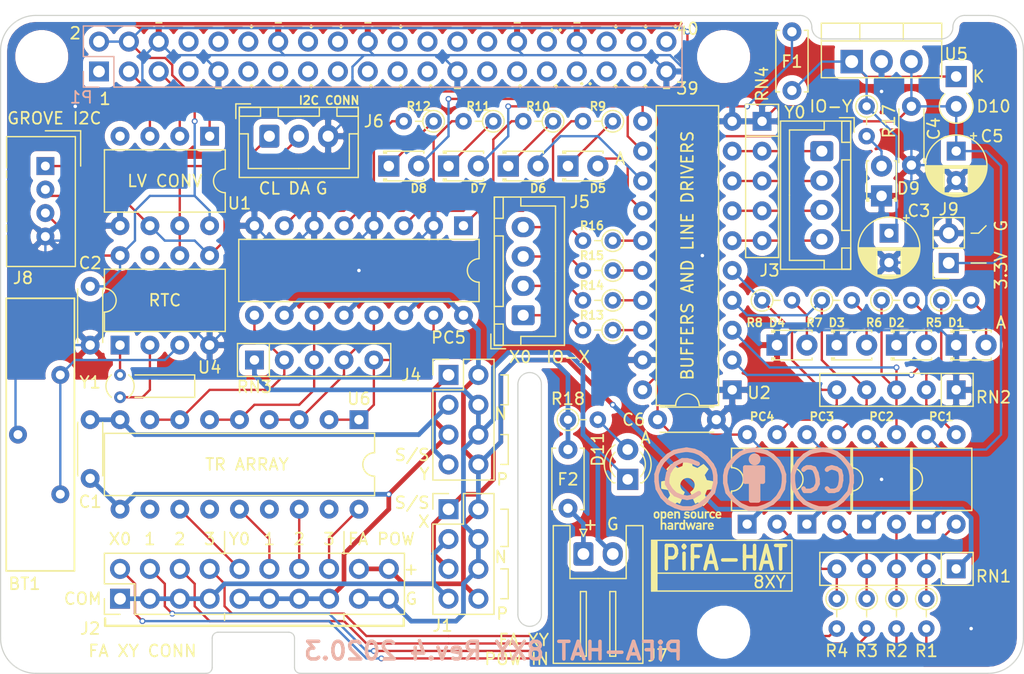
<source format=kicad_pcb>
(kicad_pcb (version 20171130) (host pcbnew "(5.1.5)-3")
  (title_block (title "PiFA HAT 8XY") (date 2020-03-14) (rev 4) (company myasu) (comment 4 CC-BY-SA))
  (layers (0 F.Cu signal) (31 B.Cu signal) (34 B.Paste user hide) (35 F.Paste user hide) (36 B.SilkS user) (37 F.SilkS user) (38 B.Mask user hide) (39 F.Mask user hide) (44 Edge.Cuts user))
  (net 0 "")
  (net 1 +3V3)
  (net 2 +5V)
  (net 3 GND)
  (net 4 "/GPIO2(SDA1)")
  (net 5 "/GPIO3(SCL1)")
  (net 6 "Net-(BT1-Pad1)")
  (net 7 "Net-(C3-Pad1)")
  (net 8 /Y00)
  (net 9 "Net-(D5-Pad1)")
  (net 10 /Y01)
  (net 11 "Net-(D6-Pad1)")
  (net 12 /Y02)
  (net 13 "Net-(D7-Pad1)")
  (net 14 /Y03)
  (net 15 "Net-(D8-Pad1)")
  (net 16 "Net-(D9-Pad2)")
  (net 17 "Net-(D11-Pad2)")
  (net 18 GNDD)
  (net 19 +24V)
  (net 20 "Net-(J3-Pad4)")
  (net 21 "Net-(J3-Pad3)")
  (net 22 "Net-(J3-Pad2)")
  (net 23 "Net-(J3-Pad1)")
  (net 24 "Net-(J5-Pad4)")
  (net 25 "Net-(J5-Pad3)")
  (net 26 "Net-(J5-Pad2)")
  (net 27 "Net-(J5-Pad1)")
  (net 28 "Net-(PC1-Pad2)")
  (net 29 "Net-(PC1-Pad3)")
  (net 30 "Net-(PC2-Pad2)")
  (net 31 "Net-(PC2-Pad3)")
  (net 32 "Net-(PC3-Pad2)")
  (net 33 "Net-(PC3-Pad3)")
  (net 34 "Net-(PC4-Pad2)")
  (net 35 "Net-(PC4-Pad3)")
  (net 36 "Net-(U4-Pad2)")
  (net 37 "Net-(U4-Pad1)")
  (net 38 /Yo03)
  (net 39 /Yo02)
  (net 40 /Yo01)
  (net 41 /Yo00)
  (net 42 /Xo03)
  (net 43 /Xo02)
  (net 44 /Xo01)
  (net 45 /Xo00)
  (net 46 /+24V_Y)
  (net 47 /GNDD_Y)
  (net 48 /GNDD_X)
  (net 49 /+24V_X)
  (net 50 "Net-(F2-Pad2)")
  (net 51 "Net-(D1-Pad2)")
  (net 52 "Net-(D2-Pad2)")
  (net 53 "Net-(D4-Pad2)")
  (net 54 "Net-(D3-Pad2)")
  (net 55 /SCL)
  (net 56 /SDA)
  (net 57 "Net-(R16-Pad1)")
  (net 58 "Net-(R15-Pad1)")
  (net 59 "Net-(R14-Pad1)")
  (net 60 "Net-(R13-Pad1)")
  (net 61 "Net-(PC5-Pad7)")
  (net 62 "Net-(PC5-Pad1)")
  (net 63 "Net-(PC5-Pad3)")
  (net 64 "Net-(PC5-Pad5)")
  (net 65 "Net-(PC5-Pad15)")
  (net 66 "Net-(PC5-Pad13)")
  (net 67 "Net-(PC5-Pad11)")
  (net 68 "Net-(PC5-Pad9)")
  (module LED_THT:LED_D1.8mm_W3.3mm_H2.4mm (layer F.Cu) (at 248.26 106.82)
    (fp_text reference D5 (at 2.54 1.905) (layer F.SilkS) (effects (font (size 0.7 0.7))))
    (fp_text value LED-Y)
    (pad 2 thru_hole circle (at 2.54 0) (size 1.8 1.8) (drill 0.9) (layers *.Cu *.Mask) (net 14 /Y03))
    (pad 1 thru_hole rect (at 0 0) (size 1.8 1.8) (drill 0.9) (layers *.Cu *.Mask) (net 9 "Net-(D5-Pad1)"))
  )
  (module Resistor_THT:R_Axial_DIN0204_L3.6mm_D1.6mm_P2.54mm_Vertical (layer F.Cu) (at 236.83 103.01 180)
    (fp_text reference R12 (at 1.27 1.27) (layer F.SilkS) (effects (font (size 0.7 0.7))))
    (fp_text value 100)
    (pad 2 thru_hole oval (at 2.54 0 180) (size 1.4 1.4) (drill 0.7) (layers *.Cu *.Mask) (net 61 "Net-(PC5-Pad7)"))
    (pad 1 thru_hole circle (at 0 0 180) (size 1.4 1.4) (drill 0.7) (layers *.Cu *.Mask) (net 15 "Net-(D8-Pad1)"))
  )
  (module Resistor_THT:R_Axial_DIN0204_L3.6mm_D1.6mm_P2.54mm_Vertical (layer F.Cu) (at 241.91 103.01 180)
    (fp_text reference R11 (at 1.27 1.27) (layer F.SilkS) (effects (font (size 0.7 0.7))))
    (fp_text value 100)
    (pad 2 thru_hole oval (at 2.54 0 180) (size 1.4 1.4) (drill 0.7) (layers *.Cu *.Mask) (net 64 "Net-(PC5-Pad5)"))
    (pad 1 thru_hole circle (at 0 0 180) (size 1.4 1.4) (drill 0.7) (layers *.Cu *.Mask) (net 13 "Net-(D7-Pad1)"))
  )
  (module Connector_PinHeader_2.54mm:PinHeader_2x10_P2.54mm_Vertical (layer F.Cu) (at 210.16 143.65 90)
    (fp_text reference J2 (at -2.54 -2.54 180) (layer F.SilkS))
    (fp_text value "IO CONN")
    (pad 20 thru_hole oval (at 2.54 22.86 90) (size 1.7 1.7) (drill 1) (layers *.Cu *.Mask) (net 19 +24V))
    (pad 19 thru_hole oval (at 0 22.86 90) (size 1.7 1.7) (drill 1) (layers *.Cu *.Mask) (net 18 GNDD))
    (pad 18 thru_hole oval (at 2.54 20.32 90) (size 1.7 1.7) (drill 1) (layers *.Cu *.Mask) (net 19 +24V))
    (pad 17 thru_hole oval (at 0 20.32 90) (size 1.7 1.7) (drill 1) (layers *.Cu *.Mask) (net 18 GNDD))
    (pad 16 thru_hole oval (at 2.54 17.78 90) (size 1.7 1.7) (drill 1) (layers *.Cu *.Mask) (net 38 /Yo03))
    (pad 15 thru_hole oval (at 0 17.78 90) (size 1.7 1.7) (drill 1) (layers *.Cu *.Mask) (net 46 /+24V_Y))
    (pad 14 thru_hole oval (at 2.54 15.24 90) (size 1.7 1.7) (drill 1) (layers *.Cu *.Mask) (net 39 /Yo02))
    (pad 13 thru_hole oval (at 0 15.24 90) (size 1.7 1.7) (drill 1) (layers *.Cu *.Mask) (net 46 /+24V_Y))
    (pad 12 thru_hole oval (at 2.54 12.7 90) (size 1.7 1.7) (drill 1) (layers *.Cu *.Mask) (net 40 /Yo01))
    (pad 11 thru_hole oval (at 0 12.7 90) (size 1.7 1.7) (drill 1) (layers *.Cu *.Mask) (net 46 /+24V_Y))
    (pad 10 thru_hole oval (at 2.54 10.16 90) (size 1.7 1.7) (drill 1) (layers *.Cu *.Mask) (net 41 /Yo00))
    (pad 9 thru_hole oval (at 0 10.16 90) (size 1.7 1.7) (drill 1) (layers *.Cu *.Mask) (net 46 /+24V_Y))
    (pad 8 thru_hole oval (at 2.54 7.62 90) (size 1.7 1.7) (drill 1) (layers *.Cu *.Mask) (net 42 /Xo03))
    (pad 7 thru_hole oval (at 0 7.62 90) (size 1.7 1.7) (drill 1) (layers *.Cu *.Mask) (net 48 /GNDD_X))
    (pad 6 thru_hole oval (at 2.54 5.08 90) (size 1.7 1.7) (drill 1) (layers *.Cu *.Mask) (net 43 /Xo02))
    (pad 5 thru_hole oval (at 0 5.08 90) (size 1.7 1.7) (drill 1) (layers *.Cu *.Mask) (net 48 /GNDD_X))
    (pad 4 thru_hole oval (at 2.54 2.54 90) (size 1.7 1.7) (drill 1) (layers *.Cu *.Mask) (net 44 /Xo01))
    (pad 3 thru_hole oval (at 0 2.54 90) (size 1.7 1.7) (drill 1) (layers *.Cu *.Mask) (net 48 /GNDD_X))
    (pad 2 thru_hole oval (at 2.54 0 90) (size 1.7 1.7) (drill 1) (layers *.Cu *.Mask) (net 45 /Xo00))
    (pad 1 thru_hole rect (at 0 0 90) (size 1.7 1.7) (drill 1) (layers *.Cu *.Mask) (net 48 /GNDD_X))
  )
  (module Package_DIP:DIP-8_W7.62mm (layer F.Cu) (at 217.78 104.28 270)
    (fp_text reference U1 (at 5.715 -2.54 180) (layer F.SilkS))
    (fp_text value AE-PCA9306)
    (pad 8 thru_hole oval (at 7.62 0 270) (size 1.6 1.6) (drill 0.8) (layers *.Cu *.Mask) (net 2 +5V))
    (pad 4 thru_hole oval (at 0 7.62 270) (size 1.6 1.6) (drill 0.8) (layers *.Cu *.Mask))
    (pad 7 thru_hole oval (at 7.62 2.54 270) (size 1.6 1.6) (drill 0.8) (layers *.Cu *.Mask) (net 55 /SCL))
    (pad 3 thru_hole oval (at 0 5.08 270) (size 1.6 1.6) (drill 0.8) (layers *.Cu *.Mask) (net 4 "/GPIO2(SDA1)"))
    (pad 6 thru_hole oval (at 7.62 5.08 270) (size 1.6 1.6) (drill 0.8) (layers *.Cu *.Mask) (net 56 /SDA))
    (pad 2 thru_hole oval (at 0 2.54 270) (size 1.6 1.6) (drill 0.8) (layers *.Cu *.Mask) (net 5 "/GPIO3(SCL1)"))
    (pad 5 thru_hole oval (at 7.62 7.62 270) (size 1.6 1.6) (drill 0.8) (layers *.Cu *.Mask) (net 3 GND))
    (pad 1 thru_hole rect (at 0 0 270) (size 1.6 1.6) (drill 0.8) (layers *.Cu *.Mask) (net 1 +3V3))
  )
  (module _my_akizuki:CC-BY-SA (layer F.Cu) (at 264.135 133.617)
    (fp_text reference H2 hide)
    (fp_text value MountingHole)
  )
  (module MountingHole:MountingHole_3mm (layer F.Cu) (at 261.5 146.5)
    (fp_text reference MH4 hide)
    (fp_text value MountingHole)
    (pad "" np_thru_hole circle (at 0 0) (size 3.5 3.5) (drill 3.5) (layers *.Cu *.Mask))
  )
  (module Connector_JST:JST_XH_B4B-XH-A_1x04_P2.50mm_Vertical (layer F.Cu) (at 269.85 105.55 270)
    (fp_text reference J3 (at 10.16 4.445) (layer F.SilkS))
    (fp_text value "Y CONN")
    (pad 4 thru_hole oval (at 7.5 0 270) (size 1.7 1.95) (drill 0.95) (layers *.Cu *.Mask) (net 20 "Net-(J3-Pad4)"))
    (pad 3 thru_hole oval (at 5 0 270) (size 1.7 1.95) (drill 0.95) (layers *.Cu *.Mask) (net 21 "Net-(J3-Pad3)"))
    (pad 2 thru_hole oval (at 2.5 0 270) (size 1.7 1.95) (drill 0.95) (layers *.Cu *.Mask) (net 22 "Net-(J3-Pad2)"))
    (pad 1 thru_hole roundrect (at 0 0 270) (size 1.7 1.95) (drill 0.95) (layers *.Cu *.Mask) (roundrect_rratio 0.147059) (net 23 "Net-(J3-Pad1)"))
  )
  (module Resistor_THT:R_Array_SIP5 (layer F.Cu) (at 264.77 103.01 270)
    (fp_text reference RN4 (at -3.175 0 270) (layer F.SilkS))
    (fp_text value 1k)
    (pad 1 thru_hole rect (at 0 0 270) (size 1.6 1.6) (drill 0.8) (layers *.Cu *.Mask) (net 3 GND))
    (pad 2 thru_hole oval (at 2.54 0 270) (size 1.6 1.6) (drill 0.8) (layers *.Cu *.Mask) (net 23 "Net-(J3-Pad1)"))
    (pad 3 thru_hole oval (at 5.08 0 270) (size 1.6 1.6) (drill 0.8) (layers *.Cu *.Mask) (net 22 "Net-(J3-Pad2)"))
    (pad 4 thru_hole oval (at 7.62 0 270) (size 1.6 1.6) (drill 0.8) (layers *.Cu *.Mask) (net 21 "Net-(J3-Pad3)"))
    (pad 5 thru_hole oval (at 10.16 0 270) (size 1.6 1.6) (drill 0.8) (layers *.Cu *.Mask) (net 20 "Net-(J3-Pad4)"))
  )
  (module Connector_JST:JST_XH_S2B-XH-A_1x02_P2.50mm_Horizontal (layer F.Cu) (at 249.57 139.84)
    (fp_text reference J7 (at 6.31 8.636) (layer F.SilkS))
    (fp_text value Pow24V)
    (pad 2 thru_hole oval (at 2.5 0) (size 1.7 2) (drill 1) (layers *.Cu *.Mask) (net 18 GNDD))
    (pad 1 thru_hole roundrect (at 0 0) (size 1.7 2) (drill 1) (layers *.Cu *.Mask) (roundrect_rratio 0.147059) (net 50 "Net-(F2-Pad2)"))
  )
  (module Connector_JST:JST_XH_B3B-XH-A_1x03_P2.50mm_Vertical (layer F.Cu) (at 222.86 104.28)
    (fp_text reference J6 (at 8.89 -1.27) (layer F.SilkS))
    (fp_text value "I2C 5V")
    (pad 3 thru_hole oval (at 5 0) (size 1.7 1.95) (drill 0.95) (layers *.Cu *.Mask) (net 3 GND))
    (pad 2 thru_hole oval (at 2.5 0) (size 1.7 1.95) (drill 0.95) (layers *.Cu *.Mask) (net 56 /SDA))
    (pad 1 thru_hole roundrect (at 0 0) (size 1.7 1.95) (drill 0.95) (layers *.Cu *.Mask) (roundrect_rratio 0.147059) (net 55 /SCL))
  )
  (module Connector_JST:JST_XH_B4B-XH-A_1x04_P2.50mm_Vertical (layer F.Cu) (at 244.45 119.52 90)
    (fp_text reference J5 (at 9.652 4.826 180) (layer F.SilkS))
    (fp_text value "X CONN")
    (pad 4 thru_hole oval (at 7.5 0 90) (size 1.7 1.95) (drill 0.95) (layers *.Cu *.Mask) (net 24 "Net-(J5-Pad4)"))
    (pad 3 thru_hole oval (at 5 0 90) (size 1.7 1.95) (drill 0.95) (layers *.Cu *.Mask) (net 25 "Net-(J5-Pad3)"))
    (pad 2 thru_hole oval (at 2.5 0 90) (size 1.7 1.95) (drill 0.95) (layers *.Cu *.Mask) (net 26 "Net-(J5-Pad2)"))
    (pad 1 thru_hole roundrect (at 0 0 90) (size 1.7 1.95) (drill 0.95) (layers *.Cu *.Mask) (roundrect_rratio 0.147059) (net 27 "Net-(J5-Pad1)"))
  )
  (module Package_DIP:DIP-16_W7.62mm (layer F.Cu) (at 239.37 111.9 270)
    (fp_text reference PC5 (at 9.525 1.27) (layer F.SilkS))
    (fp_text value TLP627-4)
    (pad 1 thru_hole rect (at 0 0 270) (size 1.6 1.6) (drill 0.8) (layers *.Cu *.Mask) (net 62 "Net-(PC5-Pad1)"))
    (pad 9 thru_hole oval (at 7.62 17.78 270) (size 1.6 1.6) (drill 0.8) (layers *.Cu *.Mask) (net 68 "Net-(PC5-Pad9)"))
    (pad 2 thru_hole oval (at 0 2.54 270) (size 1.6 1.6) (drill 0.8) (layers *.Cu *.Mask) (net 3 GND))
    (pad 10 thru_hole oval (at 7.62 15.24 270) (size 1.6 1.6) (drill 0.8) (layers *.Cu *.Mask) (net 19 +24V))
    (pad 3 thru_hole oval (at 0 5.08 270) (size 1.6 1.6) (drill 0.8) (layers *.Cu *.Mask) (net 63 "Net-(PC5-Pad3)"))
    (pad 11 thru_hole oval (at 7.62 12.7 270) (size 1.6 1.6) (drill 0.8) (layers *.Cu *.Mask) (net 67 "Net-(PC5-Pad11)"))
    (pad 4 thru_hole oval (at 0 7.62 270) (size 1.6 1.6) (drill 0.8) (layers *.Cu *.Mask) (net 3 GND))
    (pad 12 thru_hole oval (at 7.62 10.16 270) (size 1.6 1.6) (drill 0.8) (layers *.Cu *.Mask) (net 19 +24V))
    (pad 5 thru_hole oval (at 0 10.16 270) (size 1.6 1.6) (drill 0.8) (layers *.Cu *.Mask) (net 64 "Net-(PC5-Pad5)"))
    (pad 13 thru_hole oval (at 7.62 7.62 270) (size 1.6 1.6) (drill 0.8) (layers *.Cu *.Mask) (net 66 "Net-(PC5-Pad13)"))
    (pad 6 thru_hole oval (at 0 12.7 270) (size 1.6 1.6) (drill 0.8) (layers *.Cu *.Mask) (net 3 GND))
    (pad 14 thru_hole oval (at 7.62 5.08 270) (size 1.6 1.6) (drill 0.8) (layers *.Cu *.Mask) (net 19 +24V))
    (pad 7 thru_hole oval (at 0 15.24 270) (size 1.6 1.6) (drill 0.8) (layers *.Cu *.Mask) (net 61 "Net-(PC5-Pad7)"))
    (pad 15 thru_hole oval (at 7.62 2.54 270) (size 1.6 1.6) (drill 0.8) (layers *.Cu *.Mask) (net 65 "Net-(PC5-Pad15)"))
    (pad 8 thru_hole oval (at 0 17.78 270) (size 1.6 1.6) (drill 0.8) (layers *.Cu *.Mask) (net 3 GND))
    (pad 16 thru_hole oval (at 7.62 0 270) (size 1.6 1.6) (drill 0.8) (layers *.Cu *.Mask) (net 19 +24V))
  )
  (module Connector_PinSocket_2.54mm:PinSocket_1x02_P2.54mm_Vertical (layer F.Cu) (at 280.645 115.075 180)
    (fp_text reference J9 (at 0 4.572) (layer F.SilkS))
    (fp_text value Out3.3V)
    (pad 1 thru_hole rect (at 0 0 180) (size 1.7 1.7) (drill 1) (layers *.Cu *.Mask) (net 1 +3V3))
    (pad 2 thru_hole oval (at 0 2.54 180) (size 1.7 1.7) (drill 1) (layers *.Cu *.Mask) (net 3 GND))
  )
  (module Package_DIP:DIP-18_W7.62mm (layer F.Cu) (at 230.48 128.41 270)
    (fp_text reference U6 (at -1.778 0) (layer F.SilkS))
    (fp_text value TBD62083APG)
    (pad 1 thru_hole rect (at 0 0 270) (size 1.6 1.6) (drill 0.8) (layers *.Cu *.Mask) (net 65 "Net-(PC5-Pad15)"))
    (pad 10 thru_hole oval (at 7.62 20.32 270) (size 1.6 1.6) (drill 0.8) (layers *.Cu *.Mask) (net 46 /+24V_Y))
    (pad 2 thru_hole oval (at 0 2.54 270) (size 1.6 1.6) (drill 0.8) (layers *.Cu *.Mask) (net 65 "Net-(PC5-Pad15)"))
    (pad 11 thru_hole oval (at 7.62 17.78 270) (size 1.6 1.6) (drill 0.8) (layers *.Cu *.Mask))
    (pad 3 thru_hole oval (at 0 5.08 270) (size 1.6 1.6) (drill 0.8) (layers *.Cu *.Mask) (net 66 "Net-(PC5-Pad13)"))
    (pad 12 thru_hole oval (at 7.62 15.24 270) (size 1.6 1.6) (drill 0.8) (layers *.Cu *.Mask) (net 41 /Yo00))
    (pad 4 thru_hole oval (at 0 7.62 270) (size 1.6 1.6) (drill 0.8) (layers *.Cu *.Mask) (net 66 "Net-(PC5-Pad13)"))
    (pad 13 thru_hole oval (at 7.62 12.7 270) (size 1.6 1.6) (drill 0.8) (layers *.Cu *.Mask))
    (pad 5 thru_hole oval (at 0 10.16 270) (size 1.6 1.6) (drill 0.8) (layers *.Cu *.Mask) (net 67 "Net-(PC5-Pad11)"))
    (pad 14 thru_hole oval (at 7.62 10.16 270) (size 1.6 1.6) (drill 0.8) (layers *.Cu *.Mask) (net 40 /Yo01))
    (pad 6 thru_hole oval (at 0 12.7 270) (size 1.6 1.6) (drill 0.8) (layers *.Cu *.Mask) (net 67 "Net-(PC5-Pad11)"))
    (pad 15 thru_hole oval (at 7.62 7.62 270) (size 1.6 1.6) (drill 0.8) (layers *.Cu *.Mask))
    (pad 7 thru_hole oval (at 0 15.24 270) (size 1.6 1.6) (drill 0.8) (layers *.Cu *.Mask) (net 68 "Net-(PC5-Pad9)"))
    (pad 16 thru_hole oval (at 7.62 5.08 270) (size 1.6 1.6) (drill 0.8) (layers *.Cu *.Mask) (net 39 /Yo02))
    (pad 8 thru_hole oval (at 0 17.78 270) (size 1.6 1.6) (drill 0.8) (layers *.Cu *.Mask) (net 68 "Net-(PC5-Pad9)"))
    (pad 17 thru_hole oval (at 7.62 2.54 270) (size 1.6 1.6) (drill 0.8) (layers *.Cu *.Mask))
    (pad 9 thru_hole oval (at 0 20.32 270) (size 1.6 1.6) (drill 0.8) (layers *.Cu *.Mask) (net 47 /GNDD_Y))
    (pad 18 thru_hole oval (at 7.62 0 270) (size 1.6 1.6) (drill 0.8) (layers *.Cu *.Mask) (net 38 /Yo03))
  )
  (module _my_akizuki:BatteryHolder_Keystone_CH74-2032LF (layer F.Cu) (at 205.08 129.68 270)
    (fp_text reference BT1 (at 12.7 3.048) (layer F.SilkS))
    (fp_text value CH74-2032LF)
    (pad 2 thru_hole circle (at 0 3.6 270) (size 1.524 1.524) (drill 0.762) (layers *.Cu *.Mask) (net 3 GND))
    (pad 1 thru_hole circle (at -5.08 0 270) (size 1.524 1.524) (drill 0.762) (layers *.Cu *.Mask) (net 6 "Net-(BT1-Pad1)"))
    (pad 1 thru_hole circle (at 5.08 0 270) (size 1.524 1.524) (drill 0.762) (layers *.Cu *.Mask) (net 6 "Net-(BT1-Pad1)"))
  )
  (module Connector:NS-Tech_Grove_1x04_P2mm_Vertical (layer F.Cu) (at 203.81 106.82)
    (fp_text reference J8 (at -1.905 9.525) (layer F.SilkS))
    (fp_text value "GROVE I2C")
    (pad 1 thru_hole rect (at 0 0) (size 1.524 1.524) (drill 0.762) (layers *.Cu *.Mask) (net 55 /SCL))
    (pad 2 thru_hole circle (at 0 2) (size 1.524 1.524) (drill 0.762) (layers *.Cu *.Mask) (net 56 /SDA))
    (pad 3 thru_hole circle (at 0 4) (size 1.524 1.524) (drill 0.762) (layers *.Cu *.Mask) (net 2 +5V))
    (pad 4 thru_hole circle (at 0 6) (size 1.524 1.524) (drill 0.762) (layers *.Cu *.Mask) (net 3 GND))
  )
  (module Symbol:OSHW-Logo_5.7x6mm_SilkScreen (layer F.Cu) (at 258.42 134.76)
    (fp_text reference H1 hide)
    (fp_text value MountingHole hide)
  )
  (module Resistor_THT:R_Axial_DIN0204_L3.6mm_D1.6mm_P2.54mm_Vertical (layer F.Cu) (at 280.01 118.25)
    (fp_text reference R5 (at -0.635 1.905 180) (layer F.SilkS) (effects (font (size 0.7 0.7))))
    (fp_text value 1k)
    (pad 2 thru_hole oval (at 2.54 0) (size 1.4 1.4) (drill 0.7) (layers *.Cu *.Mask) (net 51 "Net-(D1-Pad2)"))
    (pad 1 thru_hole circle (at 0 0) (size 1.4 1.4) (drill 0.7) (layers *.Cu *.Mask) (net 29 "Net-(PC1-Pad3)"))
  )
  (module Capacitor_THT:C_Disc_D5.0mm_W2.5mm_P5.00mm (layer F.Cu) (at 248.26 130.95 270)
    (fp_text reference F2 (at 2.54 0) (layer F.SilkS))
    (fp_text value "0.25A(MAX0.5)")
    (pad 2 thru_hole circle (at 5 0 270) (size 1.6 1.6) (drill 0.8) (layers *.Cu *.Mask) (net 50 "Net-(F2-Pad2)"))
    (pad 1 thru_hole circle (at 0 0 270) (size 1.6 1.6) (drill 0.8) (layers *.Cu *.Mask) (net 19 +24V))
  )
  (module Connector_PinHeader_2.54mm:PinHeader_2x04_P2.54mm_Vertical (layer F.Cu) (at 238.1 136.03)
    (fp_text reference J1 (at -0.508 9.906) (layer F.SilkS))
    (fp_text value "S/S SelX")
    (pad 8 thru_hole oval (at 2.54 7.62) (size 1.7 1.7) (drill 1) (layers *.Cu *.Mask) (net 19 +24V))
    (pad 7 thru_hole oval (at 0 7.62) (size 1.7 1.7) (drill 1) (layers *.Cu *.Mask) (net 48 /GNDD_X))
    (pad 6 thru_hole oval (at 2.54 5.08) (size 1.7 1.7) (drill 1) (layers *.Cu *.Mask) (net 18 GNDD))
    (pad 5 thru_hole oval (at 0 5.08) (size 1.7 1.7) (drill 1) (layers *.Cu *.Mask) (net 49 /+24V_X))
    (pad 4 thru_hole oval (at 2.54 2.54) (size 1.7 1.7) (drill 1) (layers *.Cu *.Mask) (net 18 GNDD))
    (pad 3 thru_hole oval (at 0 2.54) (size 1.7 1.7) (drill 1) (layers *.Cu *.Mask) (net 48 /GNDD_X))
    (pad 2 thru_hole oval (at 2.54 0) (size 1.7 1.7) (drill 1) (layers *.Cu *.Mask) (net 19 +24V))
    (pad 1 thru_hole rect (at 0 0) (size 1.7 1.7) (drill 1) (layers *.Cu *.Mask) (net 49 /+24V_X))
  )
  (module Capacitor_THT:C_Disc_D4.3mm_W1.9mm_P5.00mm (layer F.Cu) (at 277.47 101.74 270)
    (fp_text reference C4 (at 1.905 -1.905 90) (layer F.SilkS))
    (fp_text value 0.1uF)
    (pad 2 thru_hole circle (at 5 0 270) (size 1.6 1.6) (drill 0.8) (layers *.Cu *.Mask) (net 3 GND))
    (pad 1 thru_hole circle (at 0 0 270) (size 1.6 1.6) (drill 0.8) (layers *.Cu *.Mask) (net 1 +3V3))
  )
  (module LED_THT:LED_D1.8mm_W3.3mm_H2.4mm (layer F.Cu) (at 274.93 109.36 90)
    (fp_text reference D9 (at 0.635 2.286 180) (layer F.SilkS))
    (fp_text value LED-R)
    (pad 2 thru_hole circle (at 2.54 0 90) (size 1.8 1.8) (drill 0.9) (layers *.Cu *.Mask) (net 16 "Net-(D9-Pad2)"))
    (pad 1 thru_hole rect (at 0 0 90) (size 1.8 1.8) (drill 0.9) (layers *.Cu *.Mask) (net 3 GND))
  )
  (module LED_THT:LED_D1.8mm_W3.3mm_H2.4mm (layer F.Cu) (at 233.02 106.82)
    (fp_text reference D8 (at 2.54 1.905) (layer F.SilkS) (effects (font (size 0.7 0.7))))
    (fp_text value LED-Y)
    (pad 2 thru_hole circle (at 2.54 0) (size 1.8 1.8) (drill 0.9) (layers *.Cu *.Mask) (net 8 /Y00))
    (pad 1 thru_hole rect (at 0 0) (size 1.8 1.8) (drill 0.9) (layers *.Cu *.Mask) (net 15 "Net-(D8-Pad1)"))
  )
  (module LED_THT:LED_D1.8mm_W3.3mm_H2.4mm (layer F.Cu) (at 238.1 106.82)
    (fp_text reference D7 (at 2.54 1.905) (layer F.SilkS) (effects (font (size 0.7 0.7))))
    (fp_text value LED-Y)
    (pad 2 thru_hole circle (at 2.54 0) (size 1.8 1.8) (drill 0.9) (layers *.Cu *.Mask) (net 10 /Y01))
    (pad 1 thru_hole rect (at 0 0) (size 1.8 1.8) (drill 0.9) (layers *.Cu *.Mask) (net 13 "Net-(D7-Pad1)"))
  )
  (module LED_THT:LED_D1.8mm_W3.3mm_H2.4mm (layer F.Cu) (at 243.18 106.82)
    (fp_text reference D6 (at 2.54 1.905) (layer F.SilkS) (effects (font (size 0.7 0.7))))
    (fp_text value LED-Y)
    (pad 2 thru_hole circle (at 2.54 0) (size 1.8 1.8) (drill 0.9) (layers *.Cu *.Mask) (net 12 /Y02))
    (pad 1 thru_hole rect (at 0 0) (size 1.8 1.8) (drill 0.9) (layers *.Cu *.Mask) (net 11 "Net-(D6-Pad1)"))
  )
  (module LED_THT:LED_D1.8mm_W3.3mm_H2.4mm (layer F.Cu) (at 266.04 122.06)
    (fp_text reference D4 (at 0 -1.905 180) (layer F.SilkS) (effects (font (size 0.7 0.7))))
    (fp_text value LED-G)
    (pad 2 thru_hole circle (at 2.54 0) (size 1.8 1.8) (drill 0.9) (layers *.Cu *.Mask) (net 53 "Net-(D4-Pad2)"))
    (pad 1 thru_hole rect (at 0 0) (size 1.8 1.8) (drill 0.9) (layers *.Cu *.Mask) (net 3 GND))
  )
  (module LED_THT:LED_D1.8mm_W3.3mm_H2.4mm (layer F.Cu) (at 271.12 122.06)
    (fp_text reference D3 (at 0 -1.905 180) (layer F.SilkS) (effects (font (size 0.7 0.7))))
    (fp_text value LED-G)
    (pad 2 thru_hole circle (at 2.54 0) (size 1.8 1.8) (drill 0.9) (layers *.Cu *.Mask) (net 54 "Net-(D3-Pad2)"))
    (pad 1 thru_hole rect (at 0 0) (size 1.8 1.8) (drill 0.9) (layers *.Cu *.Mask) (net 3 GND))
  )
  (module LED_THT:LED_D1.8mm_W3.3mm_H2.4mm (layer F.Cu) (at 276.2 122.06)
    (fp_text reference D2 (at 0 -1.905 180) (layer F.SilkS) (effects (font (size 0.7 0.7))))
    (fp_text value LED-G)
    (pad 2 thru_hole circle (at 2.54 0) (size 1.8 1.8) (drill 0.9) (layers *.Cu *.Mask) (net 52 "Net-(D2-Pad2)"))
    (pad 1 thru_hole rect (at 0 0) (size 1.8 1.8) (drill 0.9) (layers *.Cu *.Mask) (net 3 GND))
  )
  (module LED_THT:LED_D1.8mm_W3.3mm_H2.4mm (layer F.Cu) (at 281.28 122.06)
    (fp_text reference D1 (at 0 -1.905 180) (layer F.SilkS) (effects (font (size 0.7 0.7))))
    (fp_text value LED-G)
    (pad 2 thru_hole circle (at 2.54 0) (size 1.8 1.8) (drill 0.9) (layers *.Cu *.Mask) (net 51 "Net-(D1-Pad2)"))
    (pad 1 thru_hole rect (at 0 0) (size 1.8 1.8) (drill 0.9) (layers *.Cu *.Mask) (net 3 GND))
  )
  (module Capacitor_THT:C_Disc_D4.3mm_W1.9mm_P5.00mm (layer F.Cu) (at 255.88 128.41)
    (fp_text reference C6 (at -2.032 0) (layer F.SilkS))
    (fp_text value 0.1u)
    (pad 2 thru_hole circle (at 5 0) (size 1.6 1.6) (drill 0.8) (layers *.Cu *.Mask) (net 3 GND))
    (pad 1 thru_hole circle (at 0 0) (size 1.6 1.6) (drill 0.8) (layers *.Cu *.Mask) (net 1 +3V3))
  )
  (module Capacitor_THT:C_Disc_D4.3mm_W1.9mm_P5.00mm (layer F.Cu) (at 207.62 117.06 270)
    (fp_text reference C2 (at -1.985 0) (layer F.SilkS))
    (fp_text value 0.1uF)
    (pad 2 thru_hole circle (at 5 0 270) (size 1.6 1.6) (drill 0.8) (layers *.Cu *.Mask) (net 3 GND))
    (pad 1 thru_hole circle (at 0 0 270) (size 1.6 1.6) (drill 0.8) (layers *.Cu *.Mask) (net 2 +5V))
  )
  (module Capacitor_THT:C_Disc_D4.3mm_W1.9mm_P5.00mm (layer F.Cu) (at 207.62 128.41 270)
    (fp_text reference C1 (at 6.985 0) (layer F.SilkS))
    (fp_text value 0.1uF)
    (pad 2 thru_hole circle (at 5 0 270) (size 1.6 1.6) (drill 0.8) (layers *.Cu *.Mask) (net 46 /+24V_Y))
    (pad 1 thru_hole circle (at 0 0 270) (size 1.6 1.6) (drill 0.8) (layers *.Cu *.Mask) (net 47 /GNDD_Y))
  )
  (module Crystal:Crystal_Round_D2.0mm_Vertical (layer F.Cu) (at 210.16 124.6 270)
    (fp_text reference Y1 (at 0.635 2.54) (layer F.SilkS))
    (fp_text value 32.767kHz)
    (pad 2 thru_hole circle (at 1.9 0 270) (size 1 1) (drill 0.5) (layers *.Cu *.Mask) (net 36 "Net-(U4-Pad2)"))
    (pad 1 thru_hole circle (at 0 0 270) (size 1 1) (drill 0.5) (layers *.Cu *.Mask) (net 37 "Net-(U4-Pad1)"))
  )
  (module Package_TO_SOT_THT:TO-220-3_Vertical (layer F.Cu) (at 272.39 97.93)
    (fp_text reference U5 (at 8.89 -0.635) (layer F.SilkS))
    (fp_text value 78033_TO220)
    (pad 3 thru_hole oval (at 5.08 0) (size 1.905 2) (drill 1.1) (layers *.Cu *.Mask) (net 1 +3V3))
    (pad 2 thru_hole oval (at 2.54 0) (size 1.905 2) (drill 1.1) (layers *.Cu *.Mask) (net 3 GND))
    (pad 1 thru_hole rect (at 0 0) (size 1.905 2) (drill 1.1) (layers *.Cu *.Mask) (net 7 "Net-(C3-Pad1)"))
  )
  (module Package_DIP:DIP-8_W7.62mm (layer F.Cu) (at 210.16 122.06 90)
    (fp_text reference U4 (at -1.905 7.62 180) (layer F.SilkS))
    (fp_text value DS1307+)
    (pad 8 thru_hole oval (at 7.62 0 90) (size 1.6 1.6) (drill 0.8) (layers *.Cu *.Mask) (net 2 +5V))
    (pad 4 thru_hole oval (at 0 7.62 90) (size 1.6 1.6) (drill 0.8) (layers *.Cu *.Mask) (net 3 GND))
    (pad 7 thru_hole oval (at 7.62 2.54 90) (size 1.6 1.6) (drill 0.8) (layers *.Cu *.Mask))
    (pad 3 thru_hole oval (at 0 5.08 90) (size 1.6 1.6) (drill 0.8) (layers *.Cu *.Mask) (net 6 "Net-(BT1-Pad1)"))
    (pad 6 thru_hole oval (at 7.62 5.08 90) (size 1.6 1.6) (drill 0.8) (layers *.Cu *.Mask) (net 55 /SCL))
    (pad 2 thru_hole oval (at 0 2.54 90) (size 1.6 1.6) (drill 0.8) (layers *.Cu *.Mask) (net 36 "Net-(U4-Pad2)"))
    (pad 5 thru_hole oval (at 7.62 7.62 90) (size 1.6 1.6) (drill 0.8) (layers *.Cu *.Mask) (net 56 /SDA))
    (pad 1 thru_hole rect (at 0 0 90) (size 1.6 1.6) (drill 0.8) (layers *.Cu *.Mask) (net 37 "Net-(U4-Pad1)"))
  )
  (module Package_DIP:DIP-20_W7.62mm (layer F.Cu) (at 262.23 125.87 180)
    (fp_text reference U2 (at -2.286 -0.254 180) (layer F.SilkS))
    (fp_text value 74HCT541)
    (pad 20 thru_hole oval (at 7.62 0 180) (size 1.6 1.6) (drill 0.8) (layers *.Cu *.Mask) (net 1 +3V3))
    (pad 10 thru_hole oval (at 0 22.86 180) (size 1.6 1.6) (drill 0.8) (layers *.Cu *.Mask) (net 3 GND))
    (pad 19 thru_hole oval (at 7.62 2.54 180) (size 1.6 1.6) (drill 0.8) (layers *.Cu *.Mask) (net 3 GND))
    (pad 9 thru_hole oval (at 0 20.32 180) (size 1.6 1.6) (drill 0.8) (layers *.Cu *.Mask) (net 23 "Net-(J3-Pad1)"))
    (pad 18 thru_hole oval (at 7.62 5.08 180) (size 1.6 1.6) (drill 0.8) (layers *.Cu *.Mask) (net 60 "Net-(R13-Pad1)"))
    (pad 8 thru_hole oval (at 0 17.78 180) (size 1.6 1.6) (drill 0.8) (layers *.Cu *.Mask) (net 22 "Net-(J3-Pad2)"))
    (pad 17 thru_hole oval (at 7.62 7.62 180) (size 1.6 1.6) (drill 0.8) (layers *.Cu *.Mask) (net 59 "Net-(R14-Pad1)"))
    (pad 7 thru_hole oval (at 0 15.24 180) (size 1.6 1.6) (drill 0.8) (layers *.Cu *.Mask) (net 21 "Net-(J3-Pad3)"))
    (pad 16 thru_hole oval (at 7.62 10.16 180) (size 1.6 1.6) (drill 0.8) (layers *.Cu *.Mask) (net 58 "Net-(R15-Pad1)"))
    (pad 6 thru_hole oval (at 0 12.7 180) (size 1.6 1.6) (drill 0.8) (layers *.Cu *.Mask) (net 20 "Net-(J3-Pad4)"))
    (pad 15 thru_hole oval (at 7.62 12.7 180) (size 1.6 1.6) (drill 0.8) (layers *.Cu *.Mask) (net 57 "Net-(R16-Pad1)"))
    (pad 5 thru_hole oval (at 0 10.16 180) (size 1.6 1.6) (drill 0.8) (layers *.Cu *.Mask) (net 35 "Net-(PC4-Pad3)"))
    (pad 14 thru_hole oval (at 7.62 15.24 180) (size 1.6 1.6) (drill 0.8) (layers *.Cu *.Mask) (net 14 /Y03))
    (pad 4 thru_hole oval (at 0 7.62 180) (size 1.6 1.6) (drill 0.8) (layers *.Cu *.Mask) (net 33 "Net-(PC3-Pad3)"))
    (pad 13 thru_hole oval (at 7.62 17.78 180) (size 1.6 1.6) (drill 0.8) (layers *.Cu *.Mask) (net 12 /Y02))
    (pad 3 thru_hole oval (at 0 5.08 180) (size 1.6 1.6) (drill 0.8) (layers *.Cu *.Mask) (net 31 "Net-(PC2-Pad3)"))
    (pad 12 thru_hole oval (at 7.62 20.32 180) (size 1.6 1.6) (drill 0.8) (layers *.Cu *.Mask) (net 10 /Y01))
    (pad 2 thru_hole oval (at 0 2.54 180) (size 1.6 1.6) (drill 0.8) (layers *.Cu *.Mask) (net 29 "Net-(PC1-Pad3)"))
    (pad 11 thru_hole oval (at 7.62 22.86 180) (size 1.6 1.6) (drill 0.8) (layers *.Cu *.Mask) (net 8 /Y00))
    (pad 1 thru_hole rect (at 0 0 180) (size 1.6 1.6) (drill 0.8) (layers *.Cu *.Mask) (net 3 GND))
  )
  (module Resistor_THT:R_Array_SIP5 (layer F.Cu) (at 221.59 123.33)
    (fp_text reference RN3 (at 0 2.286) (layer F.SilkS))
    (fp_text value 10k)
    (pad 5 thru_hole oval (at 10.16 0) (size 1.6 1.6) (drill 0.8) (layers *.Cu *.Mask) (net 65 "Net-(PC5-Pad15)"))
    (pad 4 thru_hole oval (at 7.62 0) (size 1.6 1.6) (drill 0.8) (layers *.Cu *.Mask) (net 66 "Net-(PC5-Pad13)"))
    (pad 3 thru_hole oval (at 5.08 0) (size 1.6 1.6) (drill 0.8) (layers *.Cu *.Mask) (net 67 "Net-(PC5-Pad11)"))
    (pad 2 thru_hole oval (at 2.54 0) (size 1.6 1.6) (drill 0.8) (layers *.Cu *.Mask) (net 68 "Net-(PC5-Pad9)"))
    (pad 1 thru_hole rect (at 0 0) (size 1.6 1.6) (drill 0.8) (layers *.Cu *.Mask) (net 18 GNDD))
  )
  (module Resistor_THT:R_Array_SIP5 (layer F.Cu) (at 281.28 125.87 180)
    (fp_text reference RN2 (at -3.175 -0.635 180) (layer F.SilkS))
    (fp_text value 4.7k)
    (pad 5 thru_hole oval (at 10.16 0 180) (size 1.6 1.6) (drill 0.8) (layers *.Cu *.Mask) (net 35 "Net-(PC4-Pad3)"))
    (pad 4 thru_hole oval (at 7.62 0 180) (size 1.6 1.6) (drill 0.8) (layers *.Cu *.Mask) (net 33 "Net-(PC3-Pad3)"))
    (pad 3 thru_hole oval (at 5.08 0 180) (size 1.6 1.6) (drill 0.8) (layers *.Cu *.Mask) (net 31 "Net-(PC2-Pad3)"))
    (pad 2 thru_hole oval (at 2.54 0 180) (size 1.6 1.6) (drill 0.8) (layers *.Cu *.Mask) (net 29 "Net-(PC1-Pad3)"))
    (pad 1 thru_hole rect (at 0 0 180) (size 1.6 1.6) (drill 0.8) (layers *.Cu *.Mask) (net 3 GND))
  )
  (module Resistor_THT:R_Array_SIP5 (layer F.Cu) (at 281.28 141.11 180)
    (fp_text reference RN1 (at -3.175 -0.635 180) (layer F.SilkS))
    (fp_text value 4.7k)
    (pad 5 thru_hole oval (at 10.16 0 180) (size 1.6 1.6) (drill 0.8) (layers *.Cu *.Mask) (net 34 "Net-(PC4-Pad2)"))
    (pad 4 thru_hole oval (at 7.62 0 180) (size 1.6 1.6) (drill 0.8) (layers *.Cu *.Mask) (net 32 "Net-(PC3-Pad2)"))
    (pad 3 thru_hole oval (at 5.08 0 180) (size 1.6 1.6) (drill 0.8) (layers *.Cu *.Mask) (net 30 "Net-(PC2-Pad2)"))
    (pad 2 thru_hole oval (at 2.54 0 180) (size 1.6 1.6) (drill 0.8) (layers *.Cu *.Mask) (net 28 "Net-(PC1-Pad2)"))
    (pad 1 thru_hole rect (at 0 0 180) (size 1.6 1.6) (drill 0.8) (layers *.Cu *.Mask) (net 49 /+24V_X))
  )
  (module Resistor_THT:R_Axial_DIN0204_L3.6mm_D1.6mm_P2.54mm_Vertical (layer F.Cu) (at 248.26 128.41)
    (fp_text reference R18 (at 0 -1.778) (layer F.SilkS))
    (fp_text value 4.7k)
    (pad 2 thru_hole oval (at 2.54 0) (size 1.4 1.4) (drill 0.7) (layers *.Cu *.Mask) (net 17 "Net-(D11-Pad2)"))
    (pad 1 thru_hole circle (at 0 0) (size 1.4 1.4) (drill 0.7) (layers *.Cu *.Mask) (net 19 +24V))
  )
  (module Resistor_THT:R_Axial_DIN0204_L3.6mm_D1.6mm_P2.54mm_Vertical (layer F.Cu) (at 273.66 101.74 270)
    (fp_text reference R17 (at 1.27 -1.905 90) (layer F.SilkS))
    (fp_text value 1k)
    (pad 2 thru_hole oval (at 2.54 0 270) (size 1.4 1.4) (drill 0.7) (layers *.Cu *.Mask) (net 16 "Net-(D9-Pad2)"))
    (pad 1 thru_hole circle (at 0 0 270) (size 1.4 1.4) (drill 0.7) (layers *.Cu *.Mask) (net 7 "Net-(C3-Pad1)"))
  )
  (module Resistor_THT:R_Axial_DIN0204_L3.6mm_D1.6mm_P2.54mm_Vertical (layer F.Cu) (at 252.07 113.17 180)
    (fp_text reference R16 (at 1.773722 1.27 180) (layer F.SilkS) (effects (font (size 0.7 0.7))))
    (fp_text value 1k)
    (pad 2 thru_hole oval (at 2.54 0 180) (size 1.4 1.4) (drill 0.7) (layers *.Cu *.Mask) (net 24 "Net-(J5-Pad4)"))
    (pad 1 thru_hole circle (at 0 0 180) (size 1.4 1.4) (drill 0.7) (layers *.Cu *.Mask) (net 57 "Net-(R16-Pad1)"))
  )
  (module Resistor_THT:R_Axial_DIN0204_L3.6mm_D1.6mm_P2.54mm_Vertical (layer F.Cu) (at 252.07 115.71 180)
    (fp_text reference R15 (at 1.773722 1.27 180) (layer F.SilkS) (effects (font (size 0.7 0.7))))
    (fp_text value 1k)
    (pad 2 thru_hole oval (at 2.54 0 180) (size 1.4 1.4) (drill 0.7) (layers *.Cu *.Mask) (net 25 "Net-(J5-Pad3)"))
    (pad 1 thru_hole circle (at 0 0 180) (size 1.4 1.4) (drill 0.7) (layers *.Cu *.Mask) (net 58 "Net-(R15-Pad1)"))
  )
  (module Resistor_THT:R_Axial_DIN0204_L3.6mm_D1.6mm_P2.54mm_Vertical (layer F.Cu) (at 252.07 118.25 180)
    (fp_text reference R14 (at 1.773722 1.27 180) (layer F.SilkS) (effects (font (size 0.7 0.7))))
    (fp_text value 1k)
    (pad 2 thru_hole oval (at 2.54 0 180) (size 1.4 1.4) (drill 0.7) (layers *.Cu *.Mask) (net 26 "Net-(J5-Pad2)"))
    (pad 1 thru_hole circle (at 0 0 180) (size 1.4 1.4) (drill 0.7) (layers *.Cu *.Mask) (net 59 "Net-(R14-Pad1)"))
  )
  (module Resistor_THT:R_Axial_DIN0204_L3.6mm_D1.6mm_P2.54mm_Vertical (layer F.Cu) (at 252.07 120.79 180)
    (fp_text reference R13 (at 1.773722 1.27 180) (layer F.SilkS) (effects (font (size 0.7 0.7))))
    (fp_text value 1k)
    (pad 2 thru_hole oval (at 2.54 0 180) (size 1.4 1.4) (drill 0.7) (layers *.Cu *.Mask) (net 27 "Net-(J5-Pad1)"))
    (pad 1 thru_hole circle (at 0 0 180) (size 1.4 1.4) (drill 0.7) (layers *.Cu *.Mask) (net 60 "Net-(R13-Pad1)"))
  )
  (module Resistor_THT:R_Axial_DIN0204_L3.6mm_D1.6mm_P2.54mm_Vertical (layer F.Cu) (at 246.99 103.01 180)
    (fp_text reference R10 (at 1.27 1.27) (layer F.SilkS) (effects (font (size 0.7 0.7))))
    (fp_text value 100)
    (pad 2 thru_hole oval (at 2.54 0 180) (size 1.4 1.4) (drill 0.7) (layers *.Cu *.Mask) (net 63 "Net-(PC5-Pad3)"))
    (pad 1 thru_hole circle (at 0 0 180) (size 1.4 1.4) (drill 0.7) (layers *.Cu *.Mask) (net 11 "Net-(D6-Pad1)"))
  )
  (module Resistor_THT:R_Axial_DIN0204_L3.6mm_D1.6mm_P2.54mm_Vertical (layer F.Cu) (at 252.07 103.01 180)
    (fp_text reference R9 (at 1.27 1.27) (layer F.SilkS) (effects (font (size 0.7 0.7))))
    (fp_text value 100)
    (pad 2 thru_hole oval (at 2.54 0 180) (size 1.4 1.4) (drill 0.7) (layers *.Cu *.Mask) (net 62 "Net-(PC5-Pad1)"))
    (pad 1 thru_hole circle (at 0 0 180) (size 1.4 1.4) (drill 0.7) (layers *.Cu *.Mask) (net 9 "Net-(D5-Pad1)"))
  )
  (module Resistor_THT:R_Axial_DIN0204_L3.6mm_D1.6mm_P2.54mm_Vertical (layer F.Cu) (at 264.77 118.25)
    (fp_text reference R8 (at -0.635 1.905 180) (layer F.SilkS) (effects (font (size 0.7 0.7))))
    (fp_text value 1k)
    (pad 2 thru_hole oval (at 2.54 0) (size 1.4 1.4) (drill 0.7) (layers *.Cu *.Mask) (net 53 "Net-(D4-Pad2)"))
    (pad 1 thru_hole circle (at 0 0) (size 1.4 1.4) (drill 0.7) (layers *.Cu *.Mask) (net 35 "Net-(PC4-Pad3)"))
  )
  (module Resistor_THT:R_Axial_DIN0204_L3.6mm_D1.6mm_P2.54mm_Vertical (layer F.Cu) (at 269.85 118.25)
    (fp_text reference R7 (at -0.635 1.905 180) (layer F.SilkS) (effects (font (size 0.7 0.7))))
    (fp_text value 1k)
    (pad 2 thru_hole oval (at 2.54 0) (size 1.4 1.4) (drill 0.7) (layers *.Cu *.Mask) (net 54 "Net-(D3-Pad2)"))
    (pad 1 thru_hole circle (at 0 0) (size 1.4 1.4) (drill 0.7) (layers *.Cu *.Mask) (net 33 "Net-(PC3-Pad3)"))
  )
  (module Resistor_THT:R_Axial_DIN0204_L3.6mm_D1.6mm_P2.54mm_Vertical (layer F.Cu) (at 274.93 118.25)
    (fp_text reference R6 (at -0.635 1.905 180) (layer F.SilkS) (effects (font (size 0.7 0.7))))
    (fp_text value 1k)
    (pad 2 thru_hole oval (at 2.54 0) (size 1.4 1.4) (drill 0.7) (layers *.Cu *.Mask) (net 52 "Net-(D2-Pad2)"))
    (pad 1 thru_hole circle (at 0 0) (size 1.4 1.4) (drill 0.7) (layers *.Cu *.Mask) (net 31 "Net-(PC2-Pad3)"))
  )
  (module Resistor_THT:R_Axial_DIN0204_L3.6mm_D1.6mm_P2.54mm_Vertical (layer F.Cu) (at 271.12 143.65 270)
    (fp_text reference R4 (at 4.445 0) (layer F.SilkS))
    (fp_text value 4.7k)
    (pad 2 thru_hole oval (at 2.54 0 270) (size 1.4 1.4) (drill 0.7) (layers *.Cu *.Mask) (net 42 /Xo03))
    (pad 1 thru_hole circle (at 0 0 270) (size 1.4 1.4) (drill 0.7) (layers *.Cu *.Mask) (net 34 "Net-(PC4-Pad2)"))
  )
  (module Resistor_THT:R_Axial_DIN0204_L3.6mm_D1.6mm_P2.54mm_Vertical (layer F.Cu) (at 273.66 143.65 270)
    (fp_text reference R3 (at 4.445 0 180) (layer F.SilkS))
    (fp_text value 4.7k)
    (pad 2 thru_hole oval (at 2.54 0 270) (size 1.4 1.4) (drill 0.7) (layers *.Cu *.Mask) (net 43 /Xo02))
    (pad 1 thru_hole circle (at 0 0 270) (size 1.4 1.4) (drill 0.7) (layers *.Cu *.Mask) (net 32 "Net-(PC3-Pad2)"))
  )
  (module Resistor_THT:R_Axial_DIN0204_L3.6mm_D1.6mm_P2.54mm_Vertical (layer F.Cu) (at 276.2 143.65 270)
    (fp_text reference R2 (at 4.445 0 180) (layer F.SilkS))
    (fp_text value 4.7k)
    (pad 2 thru_hole oval (at 2.54 0 270) (size 1.4 1.4) (drill 0.7) (layers *.Cu *.Mask) (net 44 /Xo01))
    (pad 1 thru_hole circle (at 0 0 270) (size 1.4 1.4) (drill 0.7) (layers *.Cu *.Mask) (net 30 "Net-(PC2-Pad2)"))
  )
  (module Resistor_THT:R_Axial_DIN0204_L3.6mm_D1.6mm_P2.54mm_Vertical (layer F.Cu) (at 278.74 143.65 270)
    (fp_text reference R1 (at 4.445 0 180) (layer F.SilkS))
    (fp_text value 4.7k)
    (pad 2 thru_hole oval (at 2.54 0 270) (size 1.4 1.4) (drill 0.7) (layers *.Cu *.Mask) (net 45 /Xo00))
    (pad 1 thru_hole circle (at 0 0 270) (size 1.4 1.4) (drill 0.7) (layers *.Cu *.Mask) (net 28 "Net-(PC1-Pad2)"))
  )
  (module Package_DIP:DIP-4_W7.62mm (layer F.Cu) (at 263.5 137.3 90)
    (fp_text reference PC4 (at 9.144 1.27 180) (layer F.SilkS) (effects (font (size 0.7 0.7))))
    (fp_text value FOD814A300W)
    (pad 4 thru_hole oval (at 7.62 0 90) (size 1.6 1.6) (drill 0.8) (layers *.Cu *.Mask) (net 1 +3V3))
    (pad 2 thru_hole oval (at 0 2.54 90) (size 1.6 1.6) (drill 0.8) (layers *.Cu *.Mask) (net 34 "Net-(PC4-Pad2)"))
    (pad 3 thru_hole oval (at 7.62 2.54 90) (size 1.6 1.6) (drill 0.8) (layers *.Cu *.Mask) (net 35 "Net-(PC4-Pad3)"))
    (pad 1 thru_hole rect (at 0 0 90) (size 1.6 1.6) (drill 0.8) (layers *.Cu *.Mask) (net 49 /+24V_X))
  )
  (module Package_DIP:DIP-4_W7.62mm (layer F.Cu) (at 268.58 137.3 90)
    (fp_text reference PC3 (at 9.144 1.27 180) (layer F.SilkS) (effects (font (size 0.7 0.7))))
    (fp_text value FOD814A300W)
    (pad 4 thru_hole oval (at 7.62 0 90) (size 1.6 1.6) (drill 0.8) (layers *.Cu *.Mask) (net 1 +3V3))
    (pad 2 thru_hole oval (at 0 2.54 90) (size 1.6 1.6) (drill 0.8) (layers *.Cu *.Mask) (net 32 "Net-(PC3-Pad2)"))
    (pad 3 thru_hole oval (at 7.62 2.54 90) (size 1.6 1.6) (drill 0.8) (layers *.Cu *.Mask) (net 33 "Net-(PC3-Pad3)"))
    (pad 1 thru_hole rect (at 0 0 90) (size 1.6 1.6) (drill 0.8) (layers *.Cu *.Mask) (net 49 /+24V_X))
  )
  (module Package_DIP:DIP-4_W7.62mm (layer F.Cu) (at 273.66 137.3 90)
    (fp_text reference PC2 (at 9.144 1.27 180) (layer F.SilkS) (effects (font (size 0.7 0.7))))
    (fp_text value FOD814A300W)
    (pad 4 thru_hole oval (at 7.62 0 90) (size 1.6 1.6) (drill 0.8) (layers *.Cu *.Mask) (net 1 +3V3))
    (pad 2 thru_hole oval (at 0 2.54 90) (size 1.6 1.6) (drill 0.8) (layers *.Cu *.Mask) (net 30 "Net-(PC2-Pad2)"))
    (pad 3 thru_hole oval (at 7.62 2.54 90) (size 1.6 1.6) (drill 0.8) (layers *.Cu *.Mask) (net 31 "Net-(PC2-Pad3)"))
    (pad 1 thru_hole rect (at 0 0 90) (size 1.6 1.6) (drill 0.8) (layers *.Cu *.Mask) (net 49 /+24V_X))
  )
  (module Package_DIP:DIP-4_W7.62mm (layer F.Cu) (at 278.74 137.3 90)
    (fp_text reference PC1 (at 9.144 1.27 180) (layer F.SilkS) (effects (font (size 0.7 0.7))))
    (fp_text value FOD814A300W)
    (pad 4 thru_hole oval (at 7.62 0 90) (size 1.6 1.6) (drill 0.8) (layers *.Cu *.Mask) (net 1 +3V3))
    (pad 2 thru_hole oval (at 0 2.54 90) (size 1.6 1.6) (drill 0.8) (layers *.Cu *.Mask) (net 28 "Net-(PC1-Pad2)"))
    (pad 3 thru_hole oval (at 7.62 2.54 90) (size 1.6 1.6) (drill 0.8) (layers *.Cu *.Mask) (net 29 "Net-(PC1-Pad3)"))
    (pad 1 thru_hole rect (at 0 0 90) (size 1.6 1.6) (drill 0.8) (layers *.Cu *.Mask) (net 49 /+24V_X))
  )
  (module MountingHole:MountingHole_3mm (layer F.Cu) (at 203.5 146.5)
    (fp_text reference MH3 hide)
    (fp_text value MountingHole)
    (pad "" np_thru_hole circle (at 0 0) (size 3.5 3.5) (drill 3.5) (layers *.Cu *.Mask))
  )
  (module MountingHole:MountingHole_3mm (layer F.Cu) (at 261.5 97.5)
    (fp_text reference MH2 hide)
    (fp_text value MountingHole)
    (pad "" np_thru_hole circle (at 0 0) (size 3.5 3.5) (drill 3.5) (layers *.Cu *.Mask))
  )
  (module MountingHole:MountingHole_3mm (layer F.Cu) (at 203.5 97.5)
    (fp_text reference MH1 hide)
    (fp_text value MountingHole)
    (pad "" np_thru_hole circle (at 0 0) (size 3.5 3.5) (drill 3.5) (layers *.Cu *.Mask))
  )
  (module Connector_PinHeader_2.54mm:PinHeader_2x04_P2.54mm_Vertical (layer F.Cu) (at 238.1 124.6)
    (fp_text reference J4 (at -3.175 0) (layer F.SilkS))
    (fp_text value "S/S SelY")
    (pad 8 thru_hole oval (at 2.54 7.62) (size 1.7 1.7) (drill 1) (layers *.Cu *.Mask) (net 19 +24V))
    (pad 7 thru_hole oval (at 0 7.62) (size 1.7 1.7) (drill 1) (layers *.Cu *.Mask) (net 47 /GNDD_Y))
    (pad 6 thru_hole oval (at 2.54 5.08) (size 1.7 1.7) (drill 1) (layers *.Cu *.Mask) (net 18 GNDD))
    (pad 5 thru_hole oval (at 0 5.08) (size 1.7 1.7) (drill 1) (layers *.Cu *.Mask) (net 46 /+24V_Y))
    (pad 4 thru_hole oval (at 2.54 2.54) (size 1.7 1.7) (drill 1) (layers *.Cu *.Mask) (net 18 GNDD))
    (pad 3 thru_hole oval (at 0 2.54) (size 1.7 1.7) (drill 1) (layers *.Cu *.Mask) (net 47 /GNDD_Y))
    (pad 2 thru_hole oval (at 2.54 0) (size 1.7 1.7) (drill 1) (layers *.Cu *.Mask) (net 19 +24V))
    (pad 1 thru_hole rect (at 0 0) (size 1.7 1.7) (drill 1) (layers *.Cu *.Mask) (net 46 /+24V_Y))
  )
  (module Capacitor_THT:C_Disc_D5.0mm_W2.5mm_P5.00mm (layer F.Cu) (at 267.31 100.39 90)
    (fp_text reference F1 (at 2.46 0 180) (layer F.SilkS))
    (fp_text value "0.17A(MAX0.34)")
    (pad 2 thru_hole circle (at 5 0 90) (size 1.6 1.6) (drill 0.8) (layers *.Cu *.Mask) (net 2 +5V))
    (pad 1 thru_hole circle (at 0 0 90) (size 1.6 1.6) (drill 0.8) (layers *.Cu *.Mask) (net 7 "Net-(C3-Pad1)"))
  )
  (module LED_THT:LED_D3.0mm (layer F.Cu) (at 253.34 133.49 90)
    (fp_text reference D11 (at 2.54 -2.54 270) (layer F.SilkS))
    (fp_text value LED-R)
    (pad 2 thru_hole circle (at 2.54 0 90) (size 1.8 1.8) (drill 0.9) (layers *.Cu *.Mask) (net 17 "Net-(D11-Pad2)"))
    (pad 1 thru_hole rect (at 0 0 90) (size 1.8 1.8) (drill 0.9) (layers *.Cu *.Mask) (net 18 GNDD))
  )
  (module Diode_THT:D_A-405_P2.54mm_Vertical_KathodeUp (layer F.Cu) (at 281.28 99.2 270)
    (fp_text reference D10 (at 2.54 -3.175) (layer F.SilkS))
    (fp_text value D)
    (fp_text user K (at 0 -1.905) (layer F.SilkS))
    (pad 2 thru_hole oval (at 2.54 0 270) (size 1.8 1.8) (drill 0.9) (layers *.Cu *.Mask) (net 1 +3V3))
    (pad 1 thru_hole rect (at 0 0 270) (size 1.8 1.8) (drill 0.9) (layers *.Cu *.Mask) (net 7 "Net-(C3-Pad1)"))
  )
  (module Capacitor_THT:CP_Radial_D5.0mm_P2.50mm (layer F.Cu) (at 281.28 105.55 270)
    (fp_text reference C5 (at -1.27 -3.048) (layer F.SilkS))
    (fp_text value 470uF)
    (pad 2 thru_hole circle (at 2.5 0 270) (size 1.6 1.6) (drill 0.8) (layers *.Cu *.Mask) (net 3 GND))
    (pad 1 thru_hole rect (at 0 0 270) (size 1.6 1.6) (drill 0.8) (layers *.Cu *.Mask) (net 1 +3V3))
  )
  (module Capacitor_THT:CP_Radial_D5.0mm_P2.50mm (layer F.Cu) (at 275.565 112.535 270)
    (fp_text reference C3 (at -1.905 -2.54 180) (layer F.SilkS))
    (fp_text value 100uF)
    (pad 2 thru_hole circle (at 2.5 0 270) (size 1.6 1.6) (drill 0.8) (layers *.Cu *.Mask) (net 3 GND))
    (pad 1 thru_hole rect (at 0 0 270) (size 1.6 1.6) (drill 0.8) (layers *.Cu *.Mask) (net 7 "Net-(C3-Pad1)"))
  )
  (module Connector_PinSocket_2.54mm:PinSocket_2x20_P2.54mm_Vertical (layer B.Cu) (at 208.37 98.77 270)
    (fp_text reference P1 (at 2.208 1.512) (layer B.SilkS) (effects (justify mirror)))
    (fp_text value "RasPi CONN")
    (pad 1 thru_hole rect (at 0 0 270) (size 1.7 1.7) (drill 1) (layers *.Cu *.Mask))
    (pad 2 thru_hole oval (at -2.54 0 270) (size 1.7 1.7) (drill 1) (layers *.Cu *.Mask) (net 2 +5V))
    (pad 3 thru_hole oval (at 0 -2.54 270) (size 1.7 1.7) (drill 1) (layers *.Cu *.Mask) (net 4 "/GPIO2(SDA1)"))
    (pad 4 thru_hole oval (at -2.54 -2.54 270) (size 1.7 1.7) (drill 1) (layers *.Cu *.Mask) (net 2 +5V))
    (pad 5 thru_hole oval (at 0 -5.08 270) (size 1.7 1.7) (drill 1) (layers *.Cu *.Mask) (net 5 "/GPIO3(SCL1)"))
    (pad 6 thru_hole oval (at -2.54 -5.08 270) (size 1.7 1.7) (drill 1) (layers *.Cu *.Mask) (net 3 GND))
    (pad 7 thru_hole oval (at 0 -7.62 270) (size 1.7 1.7) (drill 1) (layers *.Cu *.Mask))
    (pad 8 thru_hole oval (at -2.54 -7.62 270) (size 1.7 1.7) (drill 1) (layers *.Cu *.Mask))
    (pad 9 thru_hole oval (at 0 -10.16 270) (size 1.7 1.7) (drill 1) (layers *.Cu *.Mask) (net 3 GND))
    (pad 10 thru_hole oval (at -2.54 -10.16 270) (size 1.7 1.7) (drill 1) (layers *.Cu *.Mask))
    (pad 11 thru_hole oval (at 0 -12.7 270) (size 1.7 1.7) (drill 1) (layers *.Cu *.Mask))
    (pad 12 thru_hole oval (at -2.54 -12.7 270) (size 1.7 1.7) (drill 1) (layers *.Cu *.Mask))
    (pad 13 thru_hole oval (at 0 -15.24 270) (size 1.7 1.7) (drill 1) (layers *.Cu *.Mask))
    (pad 14 thru_hole oval (at -2.54 -15.24 270) (size 1.7 1.7) (drill 1) (layers *.Cu *.Mask) (net 3 GND))
    (pad 15 thru_hole oval (at 0 -17.78 270) (size 1.7 1.7) (drill 1) (layers *.Cu *.Mask))
    (pad 16 thru_hole oval (at -2.54 -17.78 270) (size 1.7 1.7) (drill 1) (layers *.Cu *.Mask))
    (pad 17 thru_hole oval (at 0 -20.32 270) (size 1.7 1.7) (drill 1) (layers *.Cu *.Mask))
    (pad 18 thru_hole oval (at -2.54 -20.32 270) (size 1.7 1.7) (drill 1) (layers *.Cu *.Mask))
    (pad 19 thru_hole oval (at 0 -22.86 270) (size 1.7 1.7) (drill 1) (layers *.Cu *.Mask))
    (pad 20 thru_hole oval (at -2.54 -22.86 270) (size 1.7 1.7) (drill 1) (layers *.Cu *.Mask) (net 3 GND))
    (pad 21 thru_hole oval (at 0 -25.4 270) (size 1.7 1.7) (drill 1) (layers *.Cu *.Mask))
    (pad 22 thru_hole oval (at -2.54 -25.4 270) (size 1.7 1.7) (drill 1) (layers *.Cu *.Mask))
    (pad 23 thru_hole oval (at 0 -27.94 270) (size 1.7 1.7) (drill 1) (layers *.Cu *.Mask))
    (pad 24 thru_hole oval (at -2.54 -27.94 270) (size 1.7 1.7) (drill 1) (layers *.Cu *.Mask))
    (pad 25 thru_hole oval (at 0 -30.48 270) (size 1.7 1.7) (drill 1) (layers *.Cu *.Mask) (net 3 GND))
    (pad 26 thru_hole oval (at -2.54 -30.48 270) (size 1.7 1.7) (drill 1) (layers *.Cu *.Mask))
    (pad 27 thru_hole oval (at 0 -33.02 270) (size 1.7 1.7) (drill 1) (layers *.Cu *.Mask))
    (pad 28 thru_hole oval (at -2.54 -33.02 270) (size 1.7 1.7) (drill 1) (layers *.Cu *.Mask))
    (pad 29 thru_hole oval (at 0 -35.56 270) (size 1.7 1.7) (drill 1) (layers *.Cu *.Mask))
    (pad 30 thru_hole oval (at -2.54 -35.56 270) (size 1.7 1.7) (drill 1) (layers *.Cu *.Mask) (net 3 GND))
    (pad 31 thru_hole oval (at 0 -38.1 270) (size 1.7 1.7) (drill 1) (layers *.Cu *.Mask))
    (pad 32 thru_hole oval (at -2.54 -38.1 270) (size 1.7 1.7) (drill 1) (layers *.Cu *.Mask))
    (pad 33 thru_hole oval (at 0 -40.64 270) (size 1.7 1.7) (drill 1) (layers *.Cu *.Mask))
    (pad 34 thru_hole oval (at -2.54 -40.64 270) (size 1.7 1.7) (drill 1) (layers *.Cu *.Mask) (net 3 GND))
    (pad 35 thru_hole oval (at 0 -43.18 270) (size 1.7 1.7) (drill 1) (layers *.Cu *.Mask))
    (pad 36 thru_hole oval (at -2.54 -43.18 270) (size 1.7 1.7) (drill 1) (layers *.Cu *.Mask))
    (pad 37 thru_hole oval (at 0 -45.72 270) (size 1.7 1.7) (drill 1) (layers *.Cu *.Mask))
    (pad 38 thru_hole oval (at -2.54 -45.72 270) (size 1.7 1.7) (drill 1) (layers *.Cu *.Mask))
    (pad 39 thru_hole oval (at 0 -48.26 270) (size 1.7 1.7) (drill 1) (layers *.Cu *.Mask) (net 3 GND))
    (pad 40 thru_hole oval (at -2.54 -48.26 270) (size 1.7 1.7) (drill 1) (layers *.Cu *.Mask))
  )
  (gr_text "FA POW" (at 232.385 138.57) (layer F.SilkS) (effects (font (size 1 1))))
  (gr_line (start 282.55 115.075) (end 283.82 115.075) (layer F.SilkS) (width 0.12))
  (gr_line (start 283.185 112.535) (end 283.82 111.9) (layer F.SilkS) (width 0.12))
  (gr_line (start 282.55 112.535) (end 283.185 112.535) (layer F.SilkS) (width 0.12))
  (gr_text A (at 254.864 129.934) (layer F.SilkS) (effects (font (size 1 1))))
  (gr_line (start 216.51 126.505) (end 211.43 126.505) (layer F.SilkS) (width 0.12))
  (gr_line (start 216.51 124.6) (end 216.51 126.505) (layer F.SilkS) (width 0.12))
  (gr_line (start 211.43 124.6) (end 216.51 124.6) (layer F.SilkS) (width 0.12))
  (gr_line (start 219.05 137.935) (end 219.05 139.84) (layer F.SilkS) (width 0.12))
  (gr_arc (start 225.5 149.5) (end 225 149.5) (angle -90) (layer Edge.Cuts) (width 0.1))
  (gr_arc (start 217.5 149.5) (end 217.5 150) (angle -90) (layer Edge.Cuts) (width 0.1))
  (gr_arc (start 218.5 147) (end 218.5 146.5) (angle -90) (layer Edge.Cuts) (width 0.1))
  (gr_arc (start 224.5 147) (end 225 147) (angle -90) (layer Edge.Cuts) (width 0.1))
  (gr_line (start 225 147) (end 225 149.5) (layer Edge.Cuts) (width 0.1))
  (gr_line (start 218.5 146.5) (end 224.5 146.5) (layer Edge.Cuts) (width 0.1))
  (gr_line (start 218 149.5) (end 218 147) (layer Edge.Cuts) (width 0.1))
  (gr_line (start 203 150) (end 217.5 150) (layer Edge.Cuts) (width 0.1))
  (gr_line (start 229.21 139.84) (end 229.21 137.935) (layer F.SilkS) (width 0.12))
  (gr_line (start 229.21 144.92) (end 229.21 145.5) (layer F.SilkS) (width 0.12))
  (gr_line (start 219.05 144.92) (end 219.05 145.5) (layer F.SilkS) (width 0.12))
  (gr_text 2 (at 225.4 138.57) (layer F.SilkS) (effects (font (size 1 1))))
  (gr_text 3 (at 227.94 138.57) (layer F.SilkS) (effects (font (size 1 1))))
  (gr_text 1 (at 222.86 138.57) (layer F.SilkS) (effects (font (size 1 1))))
  (gr_line (start 213.208 94.628) (end 213.716 94.628) (layer F.SilkS) (width 0.12))
  (gr_line (start 218.288 100.216) (end 218.796 100.216) (layer F.SilkS) (width 0.12))
  (gr_line (start 223.368 94.628) (end 223.876 94.628) (layer F.SilkS) (width 0.12))
  (gr_line (start 230.988 94.628) (end 231.496 94.628) (layer F.SilkS) (width 0.12))
  (gr_line (start 238.608 100.216) (end 239.116 100.216) (layer F.SilkS) (width 0.12))
  (gr_line (start 243.688 94.628) (end 244.196 94.628) (layer F.SilkS) (width 0.12))
  (gr_line (start 248.768 94.628) (end 249.276 94.628) (layer F.SilkS) (width 0.12))
  (gr_line (start 256.388 100.216) (end 256.896 100.216) (layer F.SilkS) (width 0.12))
  (gr_text .. (at 247.244 94.628) (layer F.SilkS) (effects (font (size 1.5 1.5))))
  (gr_text . (at 226.416 94.12) (layer F.SilkS) (effects (font (size 2 2))))
  (gr_text . (at 228.956 94.12) (layer F.SilkS) (effects (font (size 2 2))))
  (gr_text . (at 234.036 94.12) (layer F.SilkS) (effects (font (size 2 2))))
  (gr_text . (at 252.324 94.12) (layer F.SilkS) (effects (font (size 2 2))))
  (gr_text . (at 254.864 94.12) (layer F.SilkS) (effects (font (size 2 2))))
  (gr_text . (at 257.404 94.12) (layer F.SilkS) (effects (font (size 2 2))))
  (gr_text . (at 254.864 99.2) (layer F.SilkS) (effects (font (size 2 2))))
  (gr_text . (at 252.324 99.2) (layer F.SilkS) (effects (font (size 2 2))))
  (gr_text .. (at 249.784 99.2) (layer F.SilkS) (effects (font (size 1.5 1.5))))
  (gr_text . (at 247.244 99.2) (layer F.SilkS) (effects (font (size 2 2))))
  (gr_text . (at 244.196 99.2) (layer F.SilkS) (effects (font (size 2 2))))
  (gr_text . (at 236.576 99.2) (layer F.SilkS) (effects (font (size 2 2))))
  (gr_text . (at 234.036 99.2) (layer F.SilkS) (effects (font (size 2 2))))
  (gr_text . (at 231.496 99.2) (layer F.SilkS) (effects (font (size 2 2))))
  (gr_text . (at 226.416 99.2) (layer F.SilkS) (effects (font (size 2 2))))
  (gr_text . (at 223.876 99.2) (layer F.SilkS) (effects (font (size 2 2))))
  (gr_text . (at 221.336 99.2) (layer F.SilkS) (effects (font (size 2 2))))
  (gr_text . (at 221.336 94.12) (layer F.SilkS) (effects (font (size 2 2))))
  (gr_text 40 (at 258.42 95.136) (layer F.SilkS) (effects (font (size 1 1))))
  (gr_text 2 (at 206.35 95.517) (layer F.SilkS) (effects (font (size 1 1))))
  (gr_line (start 277.47 134.76) (end 277.47 132.22) (layer F.SilkS) (width 0.25))
  (gr_line (start 272.39 134.76) (end 272.39 132.22) (layer F.SilkS) (width 0.25))
  (gr_line (start 267.31 134.76) (end 267.31 132.22) (layer F.SilkS) (width 0.25))
  (gr_text "BUFFERS AND LINE DRIVERS" (at 258.42 114.44 90) (layer F.SilkS) (effects (font (size 1 1))))
  (gr_text "LV CONV" (at 213.97 108.09) (layer F.SilkS) (effects (font (size 1 1))))
  (gr_text RTC (at 213.97 118.25) (layer F.SilkS) (effects (font (size 1 1))))
  (gr_text "TR ARRAY" (at 220.955 132.22) (layer F.SilkS) (effects (font (size 1 1))))
  (gr_text A (at 252.705 106.185) (layer F.SilkS) (effects (font (size 1 1))))
  (gr_text A (at 285.09 120.155) (layer F.SilkS) (effects (font (size 1 1))))
  (gr_line (start 270 96) (end 280 96) (layer Edge.Cuts) (width 0.1))
  (gr_arc (start 280 95) (end 280 96) (angle -90) (layer Edge.Cuts) (width 0.1))
  (gr_arc (start 270 95) (end 269 95) (angle -90) (layer Edge.Cuts) (width 0.1))
  (gr_line (start 282 94) (end 284 94) (layer Edge.Cuts) (width 0.1))
  (gr_arc (start 282 95) (end 282 94) (angle -90) (layer Edge.Cuts) (width 0.1))
  (gr_arc (start 268 95) (end 269 95) (angle -90) (layer Edge.Cuts) (width 0.1))
  (gr_text COM (at 206.985 143.65) (layer F.SilkS) (effects (font (size 1 1))))
  (gr_text G (at 285.09 111.9 90) (layer F.SilkS) (effects (font (size 1 1))))
  (gr_text 3.3V (at 285.09 115.71 90) (layer F.SilkS) (effects (font (size 1 1))))
  (gr_text "GROVE I2C" (at 204.572 102.756) (layer F.SilkS) (effects (font (size 1 1))))
  (gr_text DA (at 225.4 108.725) (layer F.SilkS) (effects (font (size 1 1))))
  (gr_text CL (at 222.86 108.725) (layer F.SilkS) (effects (font (size 1 1))))
  (gr_text G (at 227.305 108.725) (layer F.SilkS) (effects (font (size 1 1))))
  (gr_text 39 (at 258.42 100.216) (layer F.SilkS) (effects (font (size 1 1))))
  (gr_text 1 (at 208.89 101.105) (layer F.SilkS) (effects (font (size 1 1))))
  (gr_poly (pts (xy 255.88 138.678) (xy 255.88 142.996) (xy 255.372 142.996) (xy 255.372 138.678)) (layer F.SilkS) (width 0))
  (gr_line (start 255.372 142.996) (end 267.31 142.996) (layer F.SilkS) (width 0.12))
  (gr_text + (at 234.925 141.11) (layer F.SilkS) (effects (font (size 1 1))))
  (gr_text G (at 234.925 143.65) (layer F.SilkS) (effects (font (size 1 1))))
  (gr_text 3 (at 217.78 138.57) (layer F.SilkS) (effects (font (size 1 1))))
  (gr_text 2 (at 215.24 138.57) (layer F.SilkS) (effects (font (size 1 1))))
  (gr_line (start 234.29 145.96) (end 234.29 145.325) (layer F.SilkS) (width 0.2))
  (gr_line (start 208.89 145.96) (end 234.29 145.96) (layer F.SilkS) (width 0.2))
  (gr_line (start 208.89 145.325) (end 208.89 145.96) (layer F.SilkS) (width 0.2))
  (gr_text "FA XY\nPOW IN" (at 246.736 147.968) (layer F.SilkS) (effects (font (size 1 1)) (justify right)))
  (gr_text G (at 252.07 137.3) (layer F.SilkS) (effects (font (size 1 1))))
  (gr_text + (at 250.165 137.3) (layer F.SilkS) (effects (font (size 1 1))))
  (gr_text 1 (at 212.7 138.57) (layer F.SilkS) (effects (font (size 1 1))))
  (gr_text P (at 242.672 144.92) (layer F.SilkS) (effects (font (size 1 1))))
  (gr_text N (at 242.545 140.094) (layer F.SilkS) (effects (font (size 1 1))))
  (gr_text P (at 242.672 133.49) (layer F.SilkS) (effects (font (size 1 1))))
  (gr_text N (at 242.545 127.902) (layer F.SilkS) (effects (font (size 1 1))))
  (gr_text X0 (at 210.16 138.57) (layer F.SilkS) (effects (font (size 1 1))))
  (gr_text Y0 (at 220.32 138.57) (layer F.SilkS) (effects (font (size 1 1))))
  (gr_text "PiFA-HAT 8XY Rev.4 2020.3" (at 241.91 148.095) (layer B.SilkS) (effects (font (size 1.5 1.5) (thickness 0.3)) (justify mirror)))
  (gr_line (start 243.18 143.65) (end 242.545 143.65) (layer F.SilkS) (width 0.12))
  (gr_line (start 243.18 141.11) (end 243.18 143.65) (layer F.SilkS) (width 0.12))
  (gr_line (start 242.545 141.11) (end 243.18 141.11) (layer F.SilkS) (width 0.12))
  (gr_line (start 243.18 139.205) (end 242.545 139.205) (layer F.SilkS) (width 0.12))
  (gr_line (start 243.18 136.03) (end 243.18 139.205) (layer F.SilkS) (width 0.12))
  (gr_line (start 242.545 136.03) (end 243.18 136.03) (layer F.SilkS) (width 0.12))
  (gr_line (start 243.18 132.22) (end 242.545 132.22) (layer F.SilkS) (width 0.12))
  (gr_line (start 243.18 129.68) (end 243.18 132.22) (layer F.SilkS) (width 0.12))
  (gr_line (start 242.545 129.68) (end 243.18 129.68) (layer F.SilkS) (width 0.12))
  (gr_line (start 243.18 127.14) (end 242.545 127.14) (layer F.SilkS) (width 0.12))
  (gr_line (start 243.18 124.6) (end 243.18 127.14) (layer F.SilkS) (width 0.12))
  (gr_line (start 242.545 124.6) (end 243.18 124.6) (layer F.SilkS) (width 0.12))
  (gr_text X0 (at 244.196 123.076) (layer F.SilkS) (effects (font (size 1 1))))
  (gr_text Y0 (at 267.564 102.248) (layer F.SilkS) (effects (font (size 1 1))))
  (gr_text 8XY (at 265.405 142.234) (layer F.SilkS) (effects (font (size 1 1))))
  (gr_line (start 255.372 138.678) (end 255.372 142.996) (layer F.SilkS) (width 0.12))
  (gr_line (start 267.31 138.678) (end 255.372 138.678) (layer F.SilkS) (width 0.12))
  (gr_line (start 267.31 142.996) (end 267.31 138.678) (layer F.SilkS) (width 0.12))
  (gr_line (start 255.372 141.472) (end 267.31 141.472) (layer F.SilkS) (width 0.12))
  (gr_text "I2C CONN" (at 227.94 101.232) (layer F.SilkS) (effects (font (size 0.7 0.7))))
  (gr_text IO-Y (at 270.612 101.74) (layer F.SilkS) (effects (font (size 1 1))))
  (gr_text IO-X (at 248.26 123.076) (layer F.SilkS) (effects (font (size 1 1))))
  (gr_text "S/S\nY" (at 236.576 132.22) (layer F.SilkS) (effects (font (size 1 1)) (justify right)))
  (gr_text "S/S\nX" (at 236.576 136.284) (layer F.SilkS) (effects (font (size 1 1)) (justify right)))
  (gr_text "FA XY CONN" (at 212.065 148.095) (layer F.SilkS) (effects (font (size 1 1))))
  (gr_text PiFA-HAT (at 261.595 140.202) (layer F.SilkS) (effects (font (size 2 1.5) (thickness 0.3))))
  (gr_line (start 244 145) (end 244 125.4) (layer Edge.Cuts) (width 0.1))
  (gr_line (start 246 125.4) (end 246 145) (layer Edge.Cuts) (width 0.1))
  (gr_arc (start 245 125.4) (end 244 125.4) (angle 180) (layer Edge.Cuts) (width 0.1))
  (gr_arc (start 245 145) (end 246 145) (angle 180) (layer Edge.Cuts) (width 0.1))
  (gr_arc (start 284 97) (end 284 94) (angle 90) (layer Edge.Cuts) (width 0.1))
  (gr_arc (start 284 147) (end 287 147) (angle 90) (layer Edge.Cuts) (width 0.1))
  (gr_arc (start 203 147) (end 203 150) (angle 90) (layer Edge.Cuts) (width 0.1))
  (gr_arc (start 203 97) (end 200 97) (angle 90) (layer Edge.Cuts) (width 0.1))
  (gr_line (start 268 94) (end 203 94) (layer Edge.Cuts) (width 0.1))
  (gr_line (start 287 147) (end 287 97) (layer Edge.Cuts) (width 0.1))
  (gr_line (start 225.5 150) (end 284 150) (layer Edge.Cuts) (width 0.1))
  (gr_line (start 200 97) (end 200 147) (layer Edge.Cuts) (width 0.1))
  (segment (start 277.47 97.93) (end 277.47 101.74) (width 0.2) (layer B.Cu) (net 1))
  (segment (start 263.5 129.68) (end 264.77 130.95) (width 0.2) (layer B.Cu) (net 1))
  (segment (start 285.09 129.68) (end 283.82 130.95) (width 0.2) (layer B.Cu) (net 1))
  (segment (start 219.685 100.47) (end 217.78 102.375) (width 0.2) (layer F.Cu) (net 1))
  (segment (start 251.435 100.47) (end 219.685 100.47) (width 0.2) (layer F.Cu) (net 1))
  (segment (start 278.74 129.68) (end 280.01 130.95) (width 0.2) (layer B.Cu) (net 1))
  (segment (start 281.28 101.74) (end 281.28 105.55) (width 0.2) (layer B.Cu) (net 1))
  (segment (start 277.47 101.74) (end 281.28 101.74) (width 0.2) (layer B.Cu) (net 1))
  (segment (start 269.85 130.95) (end 274.93 130.95) (width 0.2) (layer B.Cu) (net 1))
  (segment (start 273.66 129.68) (end 274.93 130.95) (width 0.2) (layer B.Cu) (net 1))
  (segment (start 264.77 130.95) (end 269.85 130.95) (width 0.2) (layer B.Cu) (net 1))
  (segment (start 268.58 129.68) (end 269.85 130.95) (width 0.2) (layer B.Cu) (net 1))
  (segment (start 274.93 130.95) (end 283.82 130.95) (width 0.2) (layer B.Cu) (net 1))
  (segment (start 281.28 105.55) (end 283.82 105.55) (width 0.2) (layer B.Cu) (net 1))
  (segment (start 283.82 105.55) (end 285.09 106.82) (width 0.2) (layer B.Cu) (net 1))
  (segment (start 285.09 113.17) (end 285.09 129.68) (width 0.2) (layer B.Cu) (net 1))
  (segment (start 285.09 106.82) (end 285.09 113.17) (width 0.2) (layer B.Cu) (net 1))
  (segment (start 266.04 104.28) (end 267.31 103.01) (width 0.2) (layer F.Cu) (net 1))
  (segment (start 254.61 125.87) (end 255.88 124.6) (width 0.2) (layer F.Cu) (net 1))
  (segment (start 276.2 103.01) (end 267.304556 103.015444) (width 0.2) (layer F.Cu) (net 1))
  (segment (start 277.47 101.74) (end 276.2 103.01) (width 0.2) (layer F.Cu) (net 1))
  (segment (start 266.04 104.28) (end 257.15 104.28) (width 0.2) (layer F.Cu) (net 1))
  (segment (start 257.15 104.28) (end 255.88 105.55) (width 0.2) (layer F.Cu) (net 1))
  (segment (start 251.435 100.47) (end 255.245 100.47) (width 0.2) (layer F.Cu) (net 1))
  (segment (start 255.245 100.47) (end 255.88 101.105) (width 0.2) (layer F.Cu) (net 1))
  (segment (start 255.88 128.41) (end 255.88 105.55) (width 0.2) (layer F.Cu) (net 1))
  (segment (start 263.5 129.68) (end 257.15 129.68) (width 0.2) (layer F.Cu) (net 1))
  (segment (start 257.15 129.68) (end 255.88 128.41) (width 0.2) (layer F.Cu) (net 1))
  (segment (start 280.645 115.075) (end 284.455 115.075) (width 0.2) (layer B.Cu) (net 1))
  (segment (start 284.455 115.075) (end 285.09 114.44) (width 0.2) (layer B.Cu) (net 1))
  (segment (start 255.88 101.105) (end 255.88 105.55) (width 0.2) (layer F.Cu) (net 1))
  (segment (start 217.78 102.375) (end 217.78 104.28) (width 0.2) (layer F.Cu) (net 1))
  (via (at 258.42 95.39) (size 0.5) (drill 0.3) (layers F.Cu B.Cu) (net 2))
  (via (at 263.5 101.74) (size 0.5) (drill 0.3) (layers F.Cu B.Cu) (net 2))
  (via (at 216.51 103.01) (size 0.5) (drill 0.3) (layers F.Cu B.Cu) (net 2))
  (segment (start 210.16 114.44) (end 207.43 114.44) (width 0.2) (layer F.Cu) (net 2))
  (segment (start 207.43 114.44) (end 203.81 110.82) (width 0.2) (layer F.Cu) (net 2))
  (segment (start 216.51 103.01) (end 216.51 109.36) (width 0.2) (layer B.Cu) (net 2))
  (segment (start 216.51 100.992002) (end 216.51 103.01) (width 0.2) (layer F.Cu) (net 2))
  (segment (start 212.7 109.36) (end 216.51 109.36) (width 0.2) (layer B.Cu) (net 2))
  (segment (start 216.51 109.36) (end 217.78 110.63) (width 0.2) (layer B.Cu) (net 2))
  (segment (start 217.78 110.63) (end 217.78 111.9) (width 0.2) (layer B.Cu) (net 2))
  (segment (start 211.43 113.17) (end 211.43 110.63) (width 0.2) (layer B.Cu) (net 2))
  (segment (start 211.43 110.63) (end 212.7 109.36) (width 0.2) (layer B.Cu) (net 2))
  (segment (start 210.08 114.52) (end 210.16 114.44) (width 0.2) (layer B.Cu) (net 2))
  (segment (start 211.43 113.17) (end 210.16 114.44) (width 0.2) (layer B.Cu) (net 2))
  (segment (start 210.16 114.44) (end 210.16 115.71) (width 0.2) (layer B.Cu) (net 2))
  (segment (start 208.81 117.06) (end 207.62 117.06) (width 0.2) (layer B.Cu) (net 2))
  (segment (start 210.16 115.71) (end 208.81 117.06) (width 0.2) (layer B.Cu) (net 2))
  (segment (start 212.299999 97.619999) (end 214.002001 97.619999) (width 0.2) (layer F.Cu) (net 2))
  (segment (start 210.91 96.23) (end 212.299999 97.619999) (width 0.2) (layer F.Cu) (net 2))
  (segment (start 214.002001 97.619999) (end 214.600001 98.217999) (width 0.2) (layer F.Cu) (net 2))
  (segment (start 214.600001 98.217999) (end 214.600001 99.082003) (width 0.2) (layer F.Cu) (net 2))
  (segment (start 214.600001 99.082003) (end 216.51 100.992002) (width 0.2) (layer F.Cu) (net 2))
  (segment (start 263.5 101.74) (end 267.31 97.93) (width 0.2) (layer B.Cu) (net 2))
  (segment (start 259.69 101.74) (end 263.5 101.74) (width 0.2) (layer F.Cu) (net 2))
  (segment (start 258.42 100.47) (end 259.69 101.74) (width 0.2) (layer F.Cu) (net 2))
  (segment (start 258.42 95.39) (end 258.42 100.47) (width 0.2) (layer F.Cu) (net 2))
  (segment (start 258.109999 95.079999) (end 258.42 95.39) (width 0.2) (layer B.Cu) (net 2))
  (segment (start 210.91 96.23) (end 212.060001 95.079999) (width 0.2) (layer B.Cu) (net 2))
  (segment (start 212.060001 95.079999) (end 258.109999 95.079999) (width 0.2) (layer B.Cu) (net 2))
  (segment (start 208.37 96.23) (end 210.91 96.23) (width 0.2) (layer B.Cu) (net 2))
  (segment (start 267.31 97.93) (end 267.31 95.39) (width 0.2) (layer B.Cu) (net 2))
  (segment (start 217.145 97.380001) (end 224.13 97.380001) (width 0.2) (layer B.Cu) (net 3))
  (segment (start 214.600001 97.380001) (end 217.145 97.380001) (width 0.2) (layer B.Cu) (net 3))
  (segment (start 218.53 98.77) (end 217.680001 97.920001) (width 0.2) (layer B.Cu) (net 3))
  (segment (start 217.680001 97.920001) (end 217.680001 97.915002) (width 0.2) (layer B.Cu) (net 3))
  (segment (start 217.680001 97.915002) (end 217.145 97.380001) (width 0.2) (layer B.Cu) (net 3))
  (segment (start 237.465 97.380001) (end 244.45 97.380001) (width 0.2) (layer B.Cu) (net 3))
  (segment (start 231.75 97.380001) (end 237.465 97.380001) (width 0.2) (layer B.Cu) (net 3))
  (segment (start 238.85 98.77) (end 238.000001 97.920001) (width 0.2) (layer B.Cu) (net 3))
  (segment (start 238.000001 97.920001) (end 238.000001 97.915002) (width 0.2) (layer B.Cu) (net 3))
  (segment (start 238.000001 97.915002) (end 237.465 97.380001) (width 0.2) (layer B.Cu) (net 3))
  (segment (start 255.245 97.380001) (end 256.942003 97.380001) (width 0.2) (layer B.Cu) (net 3))
  (segment (start 249.53 97.380001) (end 255.245 97.380001) (width 0.2) (layer B.Cu) (net 3))
  (segment (start 256.63 98.77) (end 255.780001 97.920001) (width 0.2) (layer B.Cu) (net 3))
  (segment (start 255.780001 97.920001) (end 255.780001 97.915002) (width 0.2) (layer B.Cu) (net 3))
  (segment (start 255.780001 97.915002) (end 255.245 97.380001) (width 0.2) (layer B.Cu) (net 3))
  (segment (start 277.47 104.28) (end 274.93 101.74) (width 0.2) (layer B.Cu) (net 3))
  (segment (start 277.47 106.74) (end 277.47 104.28) (width 0.2) (layer B.Cu) (net 3))
  (segment (start 202.54 122.06) (end 201.27 123.33) (width 0.2) (layer B.Cu) (net 3))
  (segment (start 205.08 122.06) (end 202.54 122.06) (width 0.2) (layer B.Cu) (net 3))
  (segment (start 201.27 123.33) (end 201.27 129.68) (width 0.2) (layer B.Cu) (net 3))
  (segment (start 201.27 129.68) (end 201.48 129.68) (width 0.2) (layer B.Cu) (net 3))
  (segment (start 205.08 122.06) (end 207.62 122.06) (width 0.2) (layer B.Cu) (net 3))
  (segment (start 203.81 120.79) (end 205.08 122.06) (width 0.2) (layer B.Cu) (net 3))
  (segment (start 203.81 112.82) (end 203.81 120.79) (width 0.2) (layer B.Cu) (net 3))
  (segment (start 203.81 113.17) (end 206.35 113.17) (width 0.2) (layer B.Cu) (net 3))
  (segment (start 203.81 112.82) (end 203.81 113.17) (width 0.2) (layer B.Cu) (net 3))
  (segment (start 206.35 113.17) (end 207.62 111.9) (width 0.2) (layer B.Cu) (net 3))
  (segment (start 207.62 111.9) (end 207.62 110.63) (width 0.2) (layer B.Cu) (net 3))
  (segment (start 208.89 111.9) (end 210.16 111.9) (width 0.2) (layer B.Cu) (net 3))
  (segment (start 207.62 110.63) (end 208.89 111.9) (width 0.2) (layer B.Cu) (net 3))
  (segment (start 208.89 120.79) (end 216.51 120.79) (width 0.2) (layer B.Cu) (net 3))
  (segment (start 207.62 122.06) (end 208.89 120.79) (width 0.2) (layer B.Cu) (net 3))
  (segment (start 207.62 103.01) (end 207.62 110.63) (width 0.2) (layer B.Cu) (net 3))
  (segment (start 210.16 100.47) (end 207.62 103.01) (width 0.2) (layer B.Cu) (net 3))
  (segment (start 212.060001 97.619999) (end 212.060001 99.839999) (width 0.2) (layer B.Cu) (net 3))
  (segment (start 211.43 100.47) (end 210.16 100.47) (width 0.2) (layer B.Cu) (net 3))
  (segment (start 212.060001 99.839999) (end 211.43 100.47) (width 0.2) (layer B.Cu) (net 3))
  (segment (start 213.45 96.23) (end 212.060001 97.619999) (width 0.2) (layer B.Cu) (net 3))
  (segment (start 220.32 113.17) (end 219.05 114.44) (width 0.2) (layer B.Cu) (net 3))
  (segment (start 222.86 113.17) (end 220.32 113.17) (width 0.2) (layer B.Cu) (net 3))
  (segment (start 219.05 114.44) (end 219.05 120.79) (width 0.2) (layer B.Cu) (net 3))
  (segment (start 219.05 120.79) (end 217.78 122.06) (width 0.2) (layer B.Cu) (net 3))
  (segment (start 216.51 120.79) (end 217.78 122.06) (width 0.2) (layer B.Cu) (net 3))
  (segment (start 230.48 113.17) (end 235.56 113.17) (width 0.2) (layer B.Cu) (net 3))
  (segment (start 222.86 113.17) (end 230.48 113.17) (width 0.2) (layer B.Cu) (net 3))
  (segment (start 231.75 111.9) (end 230.48 113.17) (width 0.2) (layer B.Cu) (net 3))
  (segment (start 235.56 113.17) (end 236.83 111.9) (width 0.2) (layer B.Cu) (net 3))
  (segment (start 221.59 111.9) (end 222.86 113.17) (width 0.2) (layer B.Cu) (net 3))
  (segment (start 224.13 97.380001) (end 231.75 97.380001) (width 0.2) (layer B.Cu) (net 3))
  (segment (start 223.61 96.23) (end 223.61 96.860001) (width 0.2) (layer B.Cu) (net 3))
  (segment (start 223.61 96.860001) (end 224.13 97.380001) (width 0.2) (layer B.Cu) (net 3))
  (segment (start 231.23 96.23) (end 231.23 96.860001) (width 0.2) (layer B.Cu) (net 3))
  (segment (start 231.23 96.860001) (end 231.75 97.380001) (width 0.2) (layer B.Cu) (net 3))
  (segment (start 244.45 97.380001) (end 249.53 97.380001) (width 0.2) (layer B.Cu) (net 3))
  (segment (start 243.93 96.23) (end 243.93 96.860001) (width 0.2) (layer B.Cu) (net 3))
  (segment (start 243.93 96.860001) (end 244.45 97.380001) (width 0.2) (layer B.Cu) (net 3))
  (segment (start 249.01 96.23) (end 249.01 96.860001) (width 0.2) (layer B.Cu) (net 3))
  (segment (start 249.01 96.860001) (end 249.53 97.380001) (width 0.2) (layer B.Cu) (net 3))
  (segment (start 213.45 96.23) (end 214.600001 97.380001) (width 0.2) (layer B.Cu) (net 3))
  (segment (start 256.942003 97.380001) (end 258.42 98.857998) (width 0.2) (layer B.Cu) (net 3))
  (segment (start 258.42 98.857998) (end 258.42 103.01) (width 0.2) (layer B.Cu) (net 3))
  (segment (start 279.97 106.74) (end 281.28 108.05) (width 0.2) (layer B.Cu) (net 3))
  (segment (start 277.47 106.74) (end 279.97 106.74) (width 0.2) (layer B.Cu) (net 3))
  (segment (start 264.77 103.01) (end 258.42 103.01) (width 0.2) (layer B.Cu) (net 3))
  (segment (start 255.88 123.33) (end 260.96 128.41) (width 0.2) (layer B.Cu) (net 3))
  (segment (start 258.42 103.01) (end 255.88 105.55) (width 0.2) (layer B.Cu) (net 3))
  (segment (start 255.88 105.55) (end 255.88 123.33) (width 0.2) (layer B.Cu) (net 3))
  (segment (start 254.61 123.33) (end 255.88 123.33) (width 0.2) (layer B.Cu) (net 3))
  (segment (start 262.23 125.87) (end 258.42 125.87) (width 0.2) (layer B.Cu) (net 3))
  (via (at 274.93 100.47) (size 0.5) (drill 0.3) (layers F.Cu B.Cu) (net 3))
  (segment (start 274.93 100.47) (end 274.93 97.93) (width 0.2) (layer B.Cu) (net 3))
  (segment (start 274.93 101.74) (end 274.93 100.47) (width 0.2) (layer B.Cu) (net 3))
  (segment (start 274.93 100.47) (end 269.85 100.47) (width 0.2) (layer F.Cu) (net 3))
  (segment (start 269.85 100.47) (end 268.58 101.74) (width 0.2) (layer F.Cu) (net 3))
  (segment (start 268.58 101.74) (end 266.04 101.74) (width 0.2) (layer F.Cu) (net 3))
  (segment (start 266.04 101.74) (end 264.77 103.01) (width 0.2) (layer F.Cu) (net 3))
  (segment (start 226.67 111.9) (end 225.4 113.17) (width 0.2) (layer B.Cu) (net 3))
  (segment (start 230.917997 97.380001) (end 231.029999 97.380001) (width 0.2) (layer B.Cu) (net 3))
  (segment (start 229.930001 98.367997) (end 230.917997 97.380001) (width 0.2) (layer B.Cu) (net 3))
  (segment (start 229.930001 99.232001) (end 229.930001 98.367997) (width 0.2) (layer B.Cu) (net 3))
  (segment (start 229.930001 99.232001) (end 229.930001 102.289999) (width 0.2) (layer B.Cu) (net 3))
  (segment (start 229.930001 102.289999) (end 229.21 103.01) (width 0.2) (layer B.Cu) (net 3))
  (segment (start 229.21 103.01) (end 227.94 104.28) (width 0.2) (layer B.Cu) (net 3))
  (via (at 230.48 115.71) (size 0.5) (drill 0.3) (layers F.Cu B.Cu) (net 3))
  (via (at 259.69 114.44) (size 0.5) (drill 0.3) (layers F.Cu B.Cu) (net 3))
  (via (at 274.93 133.49) (size 0.5) (drill 0.3) (layers F.Cu B.Cu) (net 3))
  (via (at 282.55 146.19) (size 0.5) (drill 0.3) (layers F.Cu B.Cu) (net 3))
  (via (at 206.35 101.74) (size 0.5) (drill 0.3) (layers F.Cu B.Cu) (net 3))
  (segment (start 277.47 106.74) (end 277.47 107.87137) (width 0.2) (layer B.Cu) (net 3))
  (segment (start 277.47 116.345) (end 278.105 116.98) (width 0.2) (layer B.Cu) (net 3))
  (segment (start 276.875 115.035) (end 277.47 114.44) (width 0.2) (layer B.Cu) (net 3))
  (segment (start 275.565 115.035) (end 276.875 115.035) (width 0.2) (layer B.Cu) (net 3))
  (segment (start 277.47 114.44) (end 277.47 116.345) (width 0.2) (layer B.Cu) (net 3))
  (segment (start 280.645 112.535) (end 278.105 112.535) (width 0.2) (layer B.Cu) (net 3))
  (segment (start 278.105 112.535) (end 277.47 111.9) (width 0.2) (layer B.Cu) (net 3))
  (segment (start 277.47 107.87137) (end 277.47 111.9) (width 0.2) (layer B.Cu) (net 3))
  (segment (start 277.47 111.9) (end 277.47 114.44) (width 0.2) (layer B.Cu) (net 3))
  (segment (start 266.04 122.06) (end 267.31 120.79) (width 0.2) (layer B.Cu) (net 3))
  (segment (start 280.01 120.79) (end 281.28 122.06) (width 0.2) (layer B.Cu) (net 3))
  (segment (start 278.105 116.98) (end 278.74 117.615) (width 0.2) (layer B.Cu) (net 3))
  (segment (start 278.74 117.615) (end 278.74 120.155) (width 0.2) (layer B.Cu) (net 3))
  (segment (start 278.74 120.155) (end 279.375 120.79) (width 0.2) (layer B.Cu) (net 3))
  (segment (start 276.2 116.98) (end 278.105 116.98) (width 0.2) (layer B.Cu) (net 3))
  (segment (start 273.025 116.98) (end 276.2 116.98) (width 0.2) (layer B.Cu) (net 3))
  (segment (start 272.39 116.345) (end 273.025 116.98) (width 0.2) (layer B.Cu) (net 3))
  (segment (start 272.39 110.63) (end 272.39 116.345) (width 0.2) (layer B.Cu) (net 3))
  (segment (start 274.93 109.36) (end 273.66 109.36) (width 0.2) (layer B.Cu) (net 3))
  (segment (start 273.66 109.36) (end 272.39 110.63) (width 0.2) (layer B.Cu) (net 3))
  (segment (start 271.12 122.06) (end 272.39 120.79) (width 0.2) (layer B.Cu) (net 3))
  (segment (start 267.31 120.79) (end 272.39 120.79) (width 0.2) (layer B.Cu) (net 3))
  (segment (start 272.39 120.79) (end 280.01 120.79) (width 0.2) (layer B.Cu) (net 3))
  (segment (start 276.2 122.06) (end 277.47 120.79) (width 0.2) (layer B.Cu) (net 3))
  (segment (start 281.28 122.06) (end 281.28 125.87) (width 0.2) (layer B.Cu) (net 3))
  (segment (start 212.7 104.28) (end 212.7 100.56) (width 0.2) (layer F.Cu) (net 4))
  (segment (start 212.7 100.56) (end 210.91 98.77) (width 0.2) (layer F.Cu) (net 4))
  (segment (start 215.24 100.56) (end 215.24 104.28) (width 0.2) (layer F.Cu) (net 5))
  (segment (start 213.45 98.77) (end 215.24 100.56) (width 0.2) (layer F.Cu) (net 5))
  (segment (start 205.08 124.6) (end 205.08 134.76) (width 0.2) (layer B.Cu) (net 6))
  (segment (start 213.97 123.33) (end 206.35 123.33) (width 0.2) (layer B.Cu) (net 6))
  (segment (start 215.24 122.06) (end 213.97 123.33) (width 0.2) (layer B.Cu) (net 6))
  (segment (start 206.35 123.33) (end 205.08 124.6) (width 0.2) (layer B.Cu) (net 6))
  (segment (start 272.39 97.9775) (end 273.64251 99.23001) (width 0.2) (layer F.Cu) (net 7))
  (segment (start 273.64251 99.23001) (end 277.988806 99.23001) (width 0.2) (layer F.Cu) (net 7))
  (segment (start 277.988806 99.23001) (end 278.018816 99.2) (width 0.2) (layer F.Cu) (net 7))
  (segment (start 278.018816 99.2) (end 281.28 99.2) (width 0.2) (layer F.Cu) (net 7))
  (segment (start 269.85 97.93) (end 267.31 100.47) (width 0.2) (layer B.Cu) (net 7))
  (segment (start 272.39 97.93) (end 269.85 97.93) (width 0.2) (layer B.Cu) (net 7))
  (segment (start 272.39 97.93) (end 273.66 99.2) (width 0.2) (layer B.Cu) (net 7))
  (segment (start 273.66 99.2) (end 273.66 101.74) (width 0.2) (layer B.Cu) (net 7))
  (segment (start 276.2 111.9) (end 275.565 112.535) (width 0.2) (layer B.Cu) (net 7))
  (segment (start 273.66 101.74) (end 276.2 104.28) (width 0.2) (layer B.Cu) (net 7))
  (segment (start 276.2 104.28) (end 276.2 111.9) (width 0.2) (layer B.Cu) (net 7))
  (segment (start 252.705 101.105) (end 238.1 101.105) (width 0.2) (layer F.Cu) (net 8))
  (segment (start 253.975 101.105) (end 252.705 101.105) (width 0.2) (layer F.Cu) (net 8))
  (segment (start 254.61 103.01) (end 254.61 101.74) (width 0.2) (layer F.Cu) (net 8))
  (segment (start 254.61 101.74) (end 253.975 101.105) (width 0.2) (layer F.Cu) (net 8))
  (via (at 238.1 101.105) (size 0.5) (drill 0.3) (layers F.Cu B.Cu) (net 8))
  (segment (start 238.1 101.105) (end 238.1 104.28) (width 0.2) (layer B.Cu) (net 8))
  (segment (start 238.1 104.28) (end 235.56 106.82) (width 0.2) (layer B.Cu) (net 8))
  (segment (start 251.370001 103.709999) (end 248.26 106.82) (width 0.2) (layer F.Cu) (net 9))
  (segment (start 252.07 103.01) (end 251.370001 103.709999) (width 0.2) (layer F.Cu) (net 9))
  (segment (start 252.705 101.74) (end 243.18 101.74) (width 0.2) (layer F.Cu) (net 10))
  (segment (start 253.34 102.375) (end 252.705 101.74) (width 0.2) (layer F.Cu) (net 10))
  (segment (start 254.61 105.55) (end 253.34 104.28) (width 0.2) (layer F.Cu) (net 10))
  (segment (start 253.34 104.28) (end 253.34 102.375) (width 0.2) (layer F.Cu) (net 10))
  (via (at 243.18 101.74) (size 0.5) (drill 0.3) (layers F.Cu B.Cu) (net 10))
  (segment (start 243.18 101.74) (end 243.18 104.28) (width 0.2) (layer B.Cu) (net 10))
  (segment (start 243.18 104.28) (end 240.64 106.82) (width 0.2) (layer B.Cu) (net 10))
  (segment (start 246.99 103.01) (end 243.18 106.82) (width 0.2) (layer F.Cu) (net 11))
  (segment (start 250.8 104.28) (end 254.61 108.09) (width 0.2) (layer B.Cu) (net 12))
  (segment (start 245.72 106.185) (end 247.625 104.28) (width 0.2) (layer B.Cu) (net 12))
  (segment (start 247.625 104.28) (end 250.8 104.28) (width 0.2) (layer B.Cu) (net 12))
  (segment (start 241.210001 103.709999) (end 238.1 106.82) (width 0.2) (layer F.Cu) (net 13))
  (segment (start 241.91 103.01) (end 241.210001 103.709999) (width 0.2) (layer F.Cu) (net 13))
  (segment (start 250.8 106.185) (end 252.705 106.185) (width 0.2) (layer F.Cu) (net 14))
  (segment (start 252.705 106.185) (end 253.34 106.82) (width 0.2) (layer F.Cu) (net 14))
  (segment (start 253.34 106.82) (end 253.34 109.36) (width 0.2) (layer F.Cu) (net 14))
  (segment (start 253.34 109.36) (end 254.61 110.63) (width 0.2) (layer F.Cu) (net 14))
  (segment (start 236.130001 103.709999) (end 233.02 106.82) (width 0.2) (layer F.Cu) (net 15))
  (segment (start 236.83 103.01) (end 236.130001 103.709999) (width 0.2) (layer F.Cu) (net 15))
  (segment (start 273.66 104.28) (end 274.93 105.55) (width 0.2) (layer B.Cu) (net 16))
  (segment (start 274.93 105.55) (end 274.93 106.82) (width 0.2) (layer B.Cu) (net 16))
  (segment (start 250.8 128.41) (end 253.34 130.95) (width 0.2) (layer B.Cu) (net 17))
  (segment (start 222.86 125.87) (end 221.59 124.6) (width 0.4) (layer B.Cu) (net 18))
  (segment (start 221.59 124.6) (end 221.59 123.33) (width 0.4) (layer B.Cu) (net 18))
  (segment (start 239.37 125.87) (end 222.86 125.87) (width 0.4) (layer B.Cu) (net 18))
  (segment (start 240.64 127.14) (end 239.37 125.87) (width 0.4) (layer B.Cu) (net 18))
  (segment (start 239.37 137.3) (end 240.64 138.57) (width 0.4) (layer B.Cu) (net 18))
  (segment (start 239.37 130.95) (end 239.37 137.3) (width 0.4) (layer B.Cu) (net 18))
  (segment (start 240.64 129.68) (end 239.37 130.95) (width 0.4) (layer B.Cu) (net 18))
  (segment (start 240.64 127.14) (end 240.64 129.68) (width 0.4) (layer B.Cu) (net 18))
  (segment (start 240.64 138.57) (end 240.64 141.11) (width 0.4) (layer B.Cu) (net 18))
  (segment (start 249.53 123.965) (end 249.53 129.68) (width 0.4) (layer B.Cu) (net 18))
  (segment (start 248.26 122.695) (end 249.53 123.965) (width 0.4) (layer B.Cu) (net 18))
  (segment (start 243.18 122.695) (end 248.26 122.695) (width 0.4) (layer B.Cu) (net 18))
  (segment (start 241.91 123.965) (end 243.18 122.695) (width 0.4) (layer B.Cu) (net 18))
  (segment (start 240.64 129.68) (end 241.91 128.41) (width 0.4) (layer B.Cu) (net 18))
  (segment (start 241.91 128.41) (end 241.91 123.965) (width 0.4) (layer B.Cu) (net 18))
  (segment (start 249.53 129.68) (end 250.8 130.95) (width 0.4) (layer B.Cu) (net 18))
  (segment (start 250.8 138.57) (end 252.07 139.84) (width 0.4) (layer B.Cu) (net 18))
  (segment (start 250.8 130.95) (end 250.8 138.57) (width 0.4) (layer B.Cu) (net 18))
  (segment (start 250.8 130.95) (end 253.34 133.49) (width 0.2) (layer B.Cu) (net 18))
  (segment (start 234.925 145.555) (end 233.02 143.65) (width 0.4) (layer B.Cu) (net 18))
  (segment (start 238.735 145.555) (end 234.925 145.555) (width 0.4) (layer B.Cu) (net 18))
  (segment (start 239.37 144.92) (end 238.735 145.555) (width 0.4) (layer B.Cu) (net 18))
  (segment (start 240.64 141.11) (end 239.37 142.38) (width 0.4) (layer B.Cu) (net 18))
  (segment (start 239.37 142.38) (end 239.37 144.92) (width 0.4) (layer B.Cu) (net 18))
  (segment (start 230.48 143.65) (end 233.02 143.65) (width 0.4) (layer B.Cu) (net 18))
  (segment (start 235.56 118.25) (end 238.1 118.25) (width 0.4) (layer B.Cu) (net 19))
  (segment (start 230.48 118.25) (end 235.56 118.25) (width 0.4) (layer B.Cu) (net 19))
  (segment (start 234.29 119.52) (end 235.56 118.25) (width 0.4) (layer B.Cu) (net 19))
  (segment (start 225.4 118.25) (end 230.48 118.25) (width 0.4) (layer B.Cu) (net 19))
  (segment (start 229.21 119.52) (end 230.48 118.25) (width 0.4) (layer B.Cu) (net 19))
  (segment (start 238.1 118.25) (end 239.37 119.52) (width 0.4) (layer B.Cu) (net 19))
  (segment (start 224.13 119.52) (end 225.4 118.25) (width 0.4) (layer B.Cu) (net 19))
  (segment (start 240.64 120.79) (end 240.64 124.6) (width 0.4) (layer B.Cu) (net 19))
  (segment (start 239.37 119.52) (end 240.64 120.79) (width 0.4) (layer B.Cu) (net 19))
  (segment (start 240.64 132.22) (end 240.64 136.03) (width 0.4) (layer B.Cu) (net 19))
  (segment (start 239.37 130.95) (end 240.64 132.22) (width 0.4) (layer F.Cu) (net 19))
  (segment (start 239.37 125.87) (end 239.37 130.95) (width 0.4) (layer F.Cu) (net 19))
  (segment (start 240.64 124.6) (end 239.37 125.87) (width 0.4) (layer F.Cu) (net 19))
  (segment (start 239.37 142.38) (end 240.64 143.65) (width 0.4) (layer F.Cu) (net 19))
  (segment (start 239.37 137.3) (end 239.37 142.38) (width 0.4) (layer F.Cu) (net 19))
  (segment (start 240.64 136.03) (end 239.37 137.3) (width 0.4) (layer F.Cu) (net 19))
  (segment (start 242.545 130.315) (end 240.64 132.22) (width 0.4) (layer B.Cu) (net 19))
  (segment (start 242.545 124.6) (end 242.545 130.315) (width 0.4) (layer B.Cu) (net 19))
  (segment (start 243.815 123.33) (end 242.545 124.6) (width 0.4) (layer B.Cu) (net 19))
  (segment (start 246.99 123.33) (end 243.815 123.33) (width 0.4) (layer B.Cu) (net 19))
  (segment (start 248.26 130.95) (end 248.26 124.6) (width 0.4) (layer B.Cu) (net 19))
  (segment (start 248.26 124.6) (end 246.99 123.33) (width 0.4) (layer B.Cu) (net 19))
  (segment (start 234.29 142.38) (end 239.37 142.38) (width 0.4) (layer F.Cu) (net 19))
  (segment (start 234.29 142.38) (end 233.02 141.11) (width 0.4) (layer F.Cu) (net 19))
  (segment (start 233.02 141.11) (end 230.48 141.11) (width 0.4) (layer F.Cu) (net 19))
  (segment (start 269.73 113.17) (end 269.85 113.05) (width 0.2) (layer F.Cu) (net 20))
  (segment (start 262.23 113.17) (end 269.73 113.17) (width 0.2) (layer F.Cu) (net 20))
  (segment (start 269.77 110.63) (end 269.85 110.55) (width 0.2) (layer F.Cu) (net 21))
  (segment (start 262.23 110.63) (end 269.77 110.63) (width 0.2) (layer F.Cu) (net 21))
  (segment (start 269.81 108.09) (end 269.85 108.05) (width 0.2) (layer F.Cu) (net 22))
  (segment (start 262.23 108.09) (end 269.81 108.09) (width 0.2) (layer F.Cu) (net 22))
  (segment (start 262.23 105.55) (end 269.85 105.55) (width 0.2) (layer F.Cu) (net 23))
  (segment (start 248.38 112.02) (end 249.53 113.17) (width 0.2) (layer F.Cu) (net 24))
  (segment (start 244.45 112.02) (end 248.38 112.02) (width 0.2) (layer F.Cu) (net 24))
  (segment (start 248.34 114.52) (end 249.53 115.71) (width 0.2) (layer F.Cu) (net 25))
  (segment (start 244.45 114.52) (end 248.34 114.52) (width 0.2) (layer F.Cu) (net 25))
  (segment (start 248.3 117.02) (end 249.53 118.25) (width 0.2) (layer F.Cu) (net 26))
  (segment (start 244.45 117.02) (end 248.3 117.02) (width 0.2) (layer F.Cu) (net 26))
  (segment (start 249.53 120.79) (end 248.26 119.52) (width 0.2) (layer F.Cu) (net 27))
  (segment (start 248.26 119.52) (end 244.45 119.52) (width 0.2) (layer F.Cu) (net 27))
  (segment (start 278.74 139.84) (end 278.74 141.11) (width 0.2) (layer F.Cu) (net 28))
  (segment (start 281.28 137.3) (end 278.74 139.84) (width 0.2) (layer F.Cu) (net 28))
  (segment (start 278.74 143.65) (end 278.74 141.11) (width 0.2) (layer F.Cu) (net 28))
  (segment (start 278.74 124.6) (end 279.375 123.965) (width 0.2) (layer F.Cu) (net 29))
  (segment (start 281.28 129.68) (end 278.74 127.14) (width 0.2) (layer F.Cu) (net 29))
  (segment (start 278.74 127.14) (end 278.74 124.6) (width 0.2) (layer F.Cu) (net 29))
  (segment (start 279.375 123.965) (end 280.01 123.33) (width 0.2) (layer F.Cu) (net 29))
  (segment (start 280.01 123.33) (end 280.01 118.25) (width 0.2) (layer F.Cu) (net 29))
  (via (at 277.47 124.6) (size 0.5) (drill 0.3) (layers F.Cu B.Cu) (net 29))
  (segment (start 277.47 124.6) (end 278.105 123.965) (width 0.2) (layer F.Cu) (net 29))
  (segment (start 278.105 123.965) (end 279.375 123.965) (width 0.2) (layer F.Cu) (net 29))
  (segment (start 263.5 124.6) (end 277.47 124.6) (width 0.2) (layer B.Cu) (net 29))
  (segment (start 263.5 124.6) (end 262.23 123.33) (width 0.2) (layer B.Cu) (net 29))
  (segment (start 276.2 141.11) (end 276.2 143.65) (width 0.2) (layer F.Cu) (net 30))
  (segment (start 276.2 141.11) (end 276.2 137.3) (width 0.2) (layer F.Cu) (net 30))
  (via (at 276.2 123.965) (size 0.5) (drill 0.3) (layers F.Cu B.Cu) (net 31))
  (segment (start 262.23 120.79) (end 262.23 121.425) (width 0.2) (layer F.Cu) (net 31))
  (segment (start 276.2 123.965) (end 276.2 129.68) (width 0.2) (layer F.Cu) (net 31))
  (segment (start 274.93 124.6) (end 276.2 125.87) (width 0.2) (layer F.Cu) (net 31))
  (segment (start 274.93 118.25) (end 274.93 124.6) (width 0.2) (layer F.Cu) (net 31))
  (segment (start 265.405 123.965) (end 276.2 123.965) (width 0.2) (layer B.Cu) (net 31))
  (segment (start 265.405 123.965) (end 262.23 120.79) (width 0.2) (layer B.Cu) (net 31))
  (segment (start 273.66 139.84) (end 273.66 141.11) (width 0.2) (layer F.Cu) (net 32))
  (segment (start 271.12 137.3) (end 273.66 139.84) (width 0.2) (layer F.Cu) (net 32))
  (segment (start 273.66 143.65) (end 273.66 141.11) (width 0.2) (layer F.Cu) (net 32))
  (segment (start 262.23 118.885) (end 262.23 118.25) (width 0.2) (layer F.Cu) (net 33))
  (segment (start 273.66 127.14) (end 273.66 125.87) (width 0.2) (layer F.Cu) (net 33))
  (segment (start 271.12 129.68) (end 273.66 127.14) (width 0.2) (layer F.Cu) (net 33))
  (segment (start 269.85 118.25) (end 269.85 123.33) (width 0.2) (layer F.Cu) (net 33))
  (segment (start 269.85 123.33) (end 271.12 124.6) (width 0.2) (layer F.Cu) (net 33))
  (segment (start 271.12 124.6) (end 272.39 124.6) (width 0.2) (layer F.Cu) (net 33))
  (segment (start 272.39 124.6) (end 273.66 125.87) (width 0.2) (layer F.Cu) (net 33))
  (segment (start 262.23 118.25) (end 263.5 119.52) (width 0.2) (layer B.Cu) (net 33))
  (segment (start 263.5 119.52) (end 268.58 119.52) (width 0.2) (layer B.Cu) (net 33))
  (segment (start 268.58 119.52) (end 269.85 118.25) (width 0.2) (layer B.Cu) (net 33))
  (segment (start 269.85 141.11) (end 271.12 141.11) (width 0.2) (layer F.Cu) (net 34))
  (segment (start 266.04 137.3) (end 269.85 141.11) (width 0.2) (layer F.Cu) (net 34))
  (segment (start 271.12 141.11) (end 271.12 143.65) (width 0.2) (layer F.Cu) (net 34))
  (segment (start 271.12 127.14) (end 271.12 125.87) (width 0.2) (layer F.Cu) (net 35))
  (segment (start 269.85 128.41) (end 271.12 127.14) (width 0.2) (layer F.Cu) (net 35))
  (segment (start 266.04 129.68) (end 267.31 128.41) (width 0.2) (layer F.Cu) (net 35))
  (segment (start 267.31 128.41) (end 269.85 128.41) (width 0.2) (layer F.Cu) (net 35))
  (segment (start 269.85 125.87) (end 271.12 125.87) (width 0.2) (layer F.Cu) (net 35))
  (segment (start 264.77 118.25) (end 267.31 120.79) (width 0.2) (layer F.Cu) (net 35))
  (segment (start 267.31 120.79) (end 267.31 123.33) (width 0.2) (layer F.Cu) (net 35))
  (segment (start 267.31 123.33) (end 269.85 125.87) (width 0.2) (layer F.Cu) (net 35))
  (segment (start 264.77 118.25) (end 262.23 115.71) (width 0.2) (layer B.Cu) (net 35))
  (segment (start 212.07 126.5) (end 212.7 125.87) (width 0.2) (layer F.Cu) (net 36))
  (segment (start 210.16 126.5) (end 212.07 126.5) (width 0.2) (layer F.Cu) (net 36))
  (segment (start 212.7 122.06) (end 212.7 125.87) (width 0.2) (layer F.Cu) (net 36))
  (segment (start 210.16 122.06) (end 210.16 124.6) (width 0.2) (layer F.Cu) (net 37))
  (segment (start 227.94 138.57) (end 230.48 136.03) (width 0.2) (layer F.Cu) (net 38))
  (segment (start 227.94 141.11) (end 227.94 138.57) (width 0.2) (layer F.Cu) (net 38))
  (segment (start 225.4 136.03) (end 225.4 141.11) (width 0.2) (layer F.Cu) (net 39))
  (segment (start 222.86 138.57) (end 220.32 136.03) (width 0.2) (layer F.Cu) (net 40))
  (segment (start 222.86 141.11) (end 222.86 138.57) (width 0.2) (layer F.Cu) (net 40))
  (segment (start 215.24 136.03) (end 216.039999 136.829999) (width 0.2) (layer F.Cu) (net 41))
  (segment (start 216.039999 136.829999) (end 220.32 141.11) (width 0.2) (layer F.Cu) (net 41))
  (segment (start 266.675 140.475) (end 256.515 140.475) (width 0.2) (layer F.Cu) (net 42))
  (segment (start 267.31 141.11) (end 266.675 140.475) (width 0.2) (layer F.Cu) (net 42))
  (segment (start 267.31 146.19) (end 267.31 141.11) (width 0.2) (layer F.Cu) (net 42))
  (segment (start 267.945 146.825) (end 267.31 146.19) (width 0.2) (layer F.Cu) (net 42))
  (segment (start 271.12 146.19) (end 270.485 146.825) (width 0.2) (layer F.Cu) (net 42))
  (segment (start 270.485 146.825) (end 267.945 146.825) (width 0.2) (layer F.Cu) (net 42))
  (segment (start 256.515 140.475) (end 255.88 141.11) (width 0.2) (layer F.Cu) (net 42))
  (segment (start 255.88 141.11) (end 255.88 146.19) (width 0.2) (layer F.Cu) (net 42))
  (segment (start 255.88 146.19) (end 255.245 146.825) (width 0.2) (layer F.Cu) (net 42))
  (segment (start 255.245 146.825) (end 238.1 146.825) (width 0.2) (layer F.Cu) (net 42))
  (segment (start 231.115 146.825) (end 238.1 146.825) (width 0.2) (layer F.Cu) (net 42))
  (segment (start 229.21 144.92) (end 231.115 146.825) (width 0.2) (layer F.Cu) (net 42))
  (segment (start 219.685 144.92) (end 229.21 144.92) (width 0.2) (layer F.Cu) (net 42))
  (segment (start 219.05 144.285) (end 219.685 144.92) (width 0.2) (layer F.Cu) (net 42))
  (segment (start 219.05 142.38) (end 219.05 144.285) (width 0.2) (layer F.Cu) (net 42))
  (segment (start 217.78 141.11) (end 219.05 142.38) (width 0.2) (layer F.Cu) (net 42))
  (segment (start 266.675 141.745) (end 266.04 141.11) (width 0.2) (layer F.Cu) (net 43))
  (segment (start 257.15 141.11) (end 256.515 141.745) (width 0.2) (layer F.Cu) (net 43))
  (segment (start 266.675 146.825) (end 266.675 141.745) (width 0.2) (layer F.Cu) (net 43))
  (segment (start 267.31 147.46) (end 266.675 146.825) (width 0.2) (layer F.Cu) (net 43))
  (segment (start 273.025 147.46) (end 267.31 147.46) (width 0.2) (layer F.Cu) (net 43))
  (segment (start 273.66 146.19) (end 273.66 146.825) (width 0.2) (layer F.Cu) (net 43))
  (segment (start 273.66 146.825) (end 273.025 147.46) (width 0.2) (layer F.Cu) (net 43))
  (segment (start 266.04 141.11) (end 257.15 141.11) (width 0.2) (layer F.Cu) (net 43))
  (segment (start 256.515 141.745) (end 256.515 146.825) (width 0.2) (layer F.Cu) (net 43))
  (segment (start 256.515 146.825) (end 255.88 147.46) (width 0.2) (layer F.Cu) (net 43))
  (segment (start 255.88 147.46) (end 238.1 147.46) (width 0.2) (layer F.Cu) (net 43))
  (segment (start 231.115 147.46) (end 238.1 147.46) (width 0.2) (layer F.Cu) (net 43))
  (segment (start 229.21 145.555) (end 231.115 147.46) (width 0.2) (layer F.Cu) (net 43))
  (segment (start 217.78 145.555) (end 229.21 145.555) (width 0.2) (layer F.Cu) (net 43))
  (segment (start 216.51 142.38) (end 216.51 144.285) (width 0.2) (layer F.Cu) (net 43))
  (segment (start 215.24 141.11) (end 216.51 142.38) (width 0.2) (layer F.Cu) (net 43))
  (segment (start 216.51 144.285) (end 217.78 145.555) (width 0.2) (layer F.Cu) (net 43))
  (segment (start 275.565 148.095) (end 276.2 147.46) (width 0.2) (layer F.Cu) (net 44))
  (segment (start 276.2 147.46) (end 276.2 146.19) (width 0.2) (layer F.Cu) (net 44))
  (segment (start 266.675 148.095) (end 275.565 148.095) (width 0.2) (layer F.Cu) (net 44))
  (segment (start 266.04 147.46) (end 266.675 148.095) (width 0.2) (layer F.Cu) (net 44))
  (segment (start 266.04 142.38) (end 266.04 147.46) (width 0.2) (layer F.Cu) (net 44))
  (segment (start 256.515 148.095) (end 257.15 147.46) (width 0.2) (layer F.Cu) (net 44))
  (segment (start 238.1 148.095) (end 256.515 148.095) (width 0.2) (layer F.Cu) (net 44))
  (segment (start 257.15 147.46) (end 257.15 142.38) (width 0.2) (layer F.Cu) (net 44))
  (segment (start 257.15 142.38) (end 257.785 141.745) (width 0.2) (layer F.Cu) (net 44))
  (segment (start 257.785 141.745) (end 265.405 141.745) (width 0.2) (layer F.Cu) (net 44))
  (segment (start 265.405 141.745) (end 266.04 142.38) (width 0.2) (layer F.Cu) (net 44))
  (segment (start 227.94 144.92) (end 231.115 148.095) (width 0.2) (layer B.Cu) (net 44))
  (segment (start 231.115 148.095) (end 231.75 148.095) (width 0.2) (layer B.Cu) (net 44))
  (via (at 231.75 148.095) (size 0.5) (drill 0.3) (layers F.Cu B.Cu) (net 44))
  (segment (start 231.75 148.095) (end 238.1 148.095) (width 0.2) (layer F.Cu) (net 44))
  (segment (start 214.605 144.92) (end 227.94 144.92) (width 0.2) (layer B.Cu) (net 44))
  (segment (start 213.97 144.285) (end 213.97 142.38) (width 0.2) (layer F.Cu) (net 44))
  (segment (start 213.97 144.285) (end 214.605 144.92) (width 0.2) (layer F.Cu) (net 44))
  (segment (start 213.97 142.38) (end 212.7 141.11) (width 0.2) (layer F.Cu) (net 44))
  (via (at 214.605 144.92) (size 0.5) (drill 0.3) (layers F.Cu B.Cu) (net 44))
  (segment (start 227.94 145.555) (end 231.115 148.73) (width 0.2) (layer B.Cu) (net 45))
  (segment (start 231.115 148.73) (end 232.385 148.73) (width 0.2) (layer B.Cu) (net 45))
  (via (at 232.385 148.73) (size 0.5) (drill 0.3) (layers F.Cu B.Cu) (net 45))
  (segment (start 278.74 148.095) (end 278.74 146.19) (width 0.2) (layer F.Cu) (net 45))
  (segment (start 278.105 148.73) (end 278.74 148.095) (width 0.2) (layer F.Cu) (net 45))
  (segment (start 266.04 148.73) (end 278.105 148.73) (width 0.2) (layer F.Cu) (net 45))
  (segment (start 265.405 148.095) (end 266.04 148.73) (width 0.2) (layer F.Cu) (net 45))
  (segment (start 265.405 143.015) (end 265.405 148.095) (width 0.2) (layer F.Cu) (net 45))
  (segment (start 257.15 148.73) (end 257.785 148.095) (width 0.2) (layer F.Cu) (net 45))
  (segment (start 232.385 148.73) (end 257.15 148.73) (width 0.2) (layer F.Cu) (net 45))
  (segment (start 257.785 148.095) (end 257.785 143.015) (width 0.2) (layer F.Cu) (net 45))
  (segment (start 257.785 143.015) (end 258.42 142.38) (width 0.2) (layer F.Cu) (net 45))
  (segment (start 258.42 142.38) (end 264.77 142.38) (width 0.2) (layer F.Cu) (net 45))
  (segment (start 264.77 142.38) (end 265.405 143.015) (width 0.2) (layer F.Cu) (net 45))
  (segment (start 212.065 145.555) (end 227.94 145.555) (width 0.2) (layer B.Cu) (net 45))
  (segment (start 211.43 144.92) (end 212.065 145.555) (width 0.2) (layer F.Cu) (net 45))
  (segment (start 210.16 141.11) (end 211.43 142.38) (width 0.2) (layer F.Cu) (net 45))
  (segment (start 211.43 142.38) (end 211.43 144.92) (width 0.2) (layer F.Cu) (net 45))
  (via (at 212.065 145.555) (size 0.5) (drill 0.3) (layers F.Cu B.Cu) (net 45))
  (segment (start 210.16 136.03) (end 210.16 135.95) (width 0.4) (layer B.Cu) (net 46))
  (segment (start 210.16 135.95) (end 207.62 133.41) (width 0.4) (layer B.Cu) (net 46))
  (segment (start 236.83 128.41) (end 238.1 129.68) (width 0.4) (layer F.Cu) (net 46))
  (segment (start 236.83 125.87) (end 236.83 128.41) (width 0.4) (layer F.Cu) (net 46))
  (segment (start 238.1 124.6) (end 236.83 125.87) (width 0.4) (layer F.Cu) (net 46))
  (via (at 233.02 134.76) (size 0.5) (drill 0.3) (layers F.Cu B.Cu) (net 46))
  (segment (start 233.02 134.76) (end 238.1 129.68) (width 0.4) (layer F.Cu) (net 46))
  (segment (start 211.43 134.76) (end 210.16 136.03) (width 0.4) (layer B.Cu) (net 46))
  (segment (start 233.02 134.76) (end 211.43 134.76) (width 0.4) (layer B.Cu) (net 46))
  (segment (start 233.02 136.03) (end 233.02 134.76) (width 0.4) (layer F.Cu) (net 46))
  (segment (start 220.32 143.65) (end 227.94 143.65) (width 0.4) (layer B.Cu) (net 46))
  (segment (start 227.94 143.65) (end 228.789999 142.800001) (width 0.4) (layer F.Cu) (net 46))
  (segment (start 228.789999 142.800001) (end 229.21 142.38) (width 0.4) (layer F.Cu) (net 46))
  (segment (start 229.21 142.38) (end 229.21 139.84) (width 0.4) (layer F.Cu) (net 46))
  (segment (start 229.21 139.84) (end 233.02 136.03) (width 0.4) (layer F.Cu) (net 46))
  (segment (start 235.56 129.68) (end 236.83 128.41) (width 0.4) (layer B.Cu) (net 47))
  (segment (start 211.43 129.68) (end 235.56 129.68) (width 0.4) (layer B.Cu) (net 47))
  (segment (start 210.16 128.41) (end 211.43 129.68) (width 0.4) (layer B.Cu) (net 47))
  (segment (start 207.62 128.41) (end 210.16 128.41) (width 0.4) (layer B.Cu) (net 47))
  (segment (start 236.83 130.95) (end 238.1 132.22) (width 0.4) (layer B.Cu) (net 47))
  (segment (start 236.83 128.41) (end 236.83 130.95) (width 0.4) (layer B.Cu) (net 47))
  (segment (start 238.1 127.14) (end 236.83 128.41) (width 0.4) (layer B.Cu) (net 47))
  (segment (start 236.83 139.84) (end 236.83 142.38) (width 0.4) (layer B.Cu) (net 48))
  (segment (start 238.1 138.57) (end 236.83 139.84) (width 0.4) (layer B.Cu) (net 48))
  (segment (start 236.83 142.38) (end 238.1 143.65) (width 0.4) (layer B.Cu) (net 48))
  (segment (start 236.83 142.38) (end 219.05 142.38) (width 0.4) (layer B.Cu) (net 48))
  (segment (start 219.05 142.38) (end 217.78 143.65) (width 0.4) (layer B.Cu) (net 48))
  (segment (start 210.16 143.65) (end 217.78 143.65) (width 0.4) (layer B.Cu) (net 48))
  (via (at 252.07 127.14) (size 0.5) (drill 0.3) (layers F.Cu B.Cu) (net 49))
  (segment (start 249.53 124.6) (end 252.07 127.14) (width 0.4) (layer F.Cu) (net 49))
  (segment (start 248.26 123.33) (end 249.53 124.6) (width 0.4) (layer F.Cu) (net 49))
  (segment (start 281.786002 136.03) (end 282.55 136.793998) (width 0.4) (layer B.Cu) (net 49))
  (segment (start 280.01 136.03) (end 281.786002 136.03) (width 0.4) (layer B.Cu) (net 49))
  (segment (start 282.55 136.793998) (end 282.55 139.84) (width 0.4) (layer B.Cu) (net 49))
  (segment (start 269.85 136.03) (end 280.01 136.03) (width 0.4) (layer B.Cu) (net 49))
  (segment (start 278.74 137.3) (end 280.01 136.03) (width 0.4) (layer B.Cu) (net 49))
  (segment (start 273.66 137.3) (end 274.93 136.03) (width 0.4) (layer B.Cu) (net 49))
  (segment (start 264.77 136.03) (end 269.85 136.03) (width 0.4) (layer B.Cu) (net 49))
  (segment (start 268.58 137.3) (end 269.85 136.03) (width 0.4) (layer B.Cu) (net 49))
  (segment (start 263.5 137.3) (end 264.77 136.03) (width 0.4) (layer B.Cu) (net 49))
  (segment (start 282.55 139.84) (end 281.28 141.11) (width 0.4) (layer B.Cu) (net 49))
  (segment (start 236.83 139.84) (end 238.1 141.11) (width 0.4) (layer F.Cu) (net 49))
  (segment (start 236.83 137.3) (end 236.83 139.84) (width 0.4) (layer F.Cu) (net 49))
  (segment (start 238.1 136.03) (end 236.83 137.3) (width 0.4) (layer F.Cu) (net 49))
  (segment (start 252.07 127.14) (end 260.96 136.03) (width 0.4) (layer B.Cu) (net 49))
  (segment (start 242.545 124.6) (end 243.815 123.33) (width 0.4) (layer F.Cu) (net 49))
  (segment (start 239.37 134.76) (end 240.64 134.76) (width 0.4) (layer F.Cu) (net 49))
  (segment (start 238.1 136.03) (end 239.37 134.76) (width 0.4) (layer F.Cu) (net 49))
  (segment (start 240.64 134.76) (end 241.91 133.49) (width 0.4) (layer F.Cu) (net 49))
  (segment (start 241.91 133.49) (end 241.91 130.95) (width 0.4) (layer F.Cu) (net 49))
  (segment (start 241.91 130.95) (end 242.545 130.315) (width 0.4) (layer F.Cu) (net 49))
  (segment (start 243.815 123.33) (end 248.26 123.33) (width 0.4) (layer F.Cu) (net 49))
  (segment (start 242.545 130.315) (end 242.545 124.6) (width 0.4) (layer F.Cu) (net 49))
  (segment (start 264.77 136.03) (end 260.96 136.03) (width 0.4) (layer B.Cu) (net 49))
  (segment (start 249.57 137.26) (end 249.57 139.84) (width 0.4) (layer B.Cu) (net 50))
  (segment (start 248.26 135.95) (end 249.57 137.26) (width 0.4) (layer B.Cu) (net 50))
  (segment (start 282.55 118.25) (end 283.82 119.52) (width 0.2) (layer F.Cu) (net 51))
  (segment (start 283.82 119.52) (end 283.82 122.06) (width 0.2) (layer F.Cu) (net 51))
  (segment (start 277.47 118.25) (end 278.74 119.52) (width 0.2) (layer F.Cu) (net 52))
  (segment (start 278.74 119.52) (end 278.74 122.06) (width 0.2) (layer F.Cu) (net 52))
  (segment (start 267.31 118.25) (end 268.58 119.52) (width 0.2) (layer F.Cu) (net 53))
  (segment (start 268.58 119.52) (end 268.58 122.06) (width 0.2) (layer F.Cu) (net 53))
  (segment (start 272.39 118.25) (end 273.66 119.52) (width 0.2) (layer F.Cu) (net 54))
  (segment (start 273.66 119.52) (end 273.66 122.06) (width 0.2) (layer F.Cu) (net 54))
  (segment (start 213.97 106.82) (end 215.24 108.09) (width 0.2) (layer F.Cu) (net 55))
  (segment (start 203.81 106.82) (end 213.97 106.82) (width 0.2) (layer F.Cu) (net 55))
  (segment (start 215.24 108.09) (end 215.24 111.9) (width 0.2) (layer F.Cu) (net 55))
  (segment (start 215.24 111.9) (end 215.24 114.44) (width 0.2) (layer F.Cu) (net 55))
  (segment (start 220.32 106.82) (end 222.9 104.28) (width 0.2) (layer F.Cu) (net 55))
  (segment (start 213.97 106.82) (end 220.32 106.82) (width 0.2) (layer F.Cu) (net 55))
  (segment (start 203.81 109.36) (end 210.16 109.36) (width 0.2) (layer F.Cu) (net 56))
  (segment (start 203.81 108.82) (end 203.81 109.36) (width 0.2) (layer F.Cu) (net 56))
  (segment (start 212.7 111.9) (end 210.16 109.36) (width 0.2) (layer F.Cu) (net 56))
  (segment (start 216.51 113.17) (end 217.78 114.44) (width 0.2) (layer B.Cu) (net 56))
  (segment (start 212.7 111.9) (end 213.97 113.17) (width 0.2) (layer B.Cu) (net 56))
  (segment (start 213.97 113.17) (end 216.51 113.17) (width 0.2) (layer B.Cu) (net 56))
  (segment (start 219.05 113.17) (end 217.78 114.44) (width 0.2) (layer F.Cu) (net 56))
  (segment (start 219.05 110.63) (end 219.05 113.17) (width 0.2) (layer F.Cu) (net 56))
  (segment (start 225.36 104.405) (end 225.36 104.28) (width 0.2) (layer F.Cu) (net 56))
  (segment (start 219.135 110.63) (end 225.36 104.405) (width 0.2) (layer F.Cu) (net 56))
  (segment (start 219.05 110.63) (end 219.135 110.63) (width 0.2) (layer F.Cu) (net 56))
  (segment (start 254.61 113.17) (end 251.938722 113.17) (width 0.2) (layer F.Cu) (net 57))
  (segment (start 254.61 115.71) (end 251.938722 115.71) (width 0.2) (layer F.Cu) (net 58))
  (segment (start 254.61 118.25) (end 251.938722 118.25) (width 0.2) (layer F.Cu) (net 59))
  (segment (start 254.61 120.79) (end 251.938722 120.79) (width 0.2) (layer F.Cu) (net 60))
  (segment (start 231.75 104.560051) (end 231.75 108.09) (width 0.2) (layer F.Cu) (net 61))
  (segment (start 234.29 103.01) (end 233.300051 103.01) (width 0.2) (layer F.Cu) (net 61))
  (segment (start 233.300051 103.01) (end 231.75 104.560051) (width 0.2) (layer F.Cu) (net 61))
  (segment (start 231.75 108.09) (end 229.21 110.63) (width 0.2) (layer F.Cu) (net 61))
  (segment (start 229.21 110.63) (end 225.4 110.63) (width 0.2) (layer F.Cu) (net 61))
  (segment (start 225.4 110.63) (end 224.13 111.9) (width 0.2) (layer F.Cu) (net 61))
  (segment (start 246.99 104.560051) (end 246.99 108.09) (width 0.2) (layer F.Cu) (net 62))
  (segment (start 249.53 103.01) (end 248.540051 103.01) (width 0.2) (layer F.Cu) (net 62))
  (segment (start 248.540051 103.01) (end 246.99 104.560051) (width 0.2) (layer F.Cu) (net 62))
  (segment (start 246.99 108.09) (end 244.45 110.63) (width 0.2) (layer F.Cu) (net 62))
  (segment (start 244.45 110.63) (end 240.64 110.63) (width 0.2) (layer F.Cu) (net 62))
  (segment (start 240.64 110.63) (end 239.37 111.9) (width 0.2) (layer F.Cu) (net 62))
  (segment (start 241.91 104.560051) (end 241.91 108.09) (width 0.2) (layer F.Cu) (net 63))
  (segment (start 244.45 103.01) (end 243.460051 103.01) (width 0.2) (layer F.Cu) (net 63))
  (segment (start 243.460051 103.01) (end 241.91 104.560051) (width 0.2) (layer F.Cu) (net 63))
  (segment (start 241.91 108.09) (end 239.37 110.63) (width 0.2) (layer F.Cu) (net 63))
  (segment (start 239.37 110.63) (end 235.56 110.63) (width 0.2) (layer F.Cu) (net 63))
  (segment (start 235.56 110.63) (end 234.29 111.9) (width 0.2) (layer F.Cu) (net 63))
  (segment (start 236.83 104.560051) (end 236.83 108.09) (width 0.2) (layer F.Cu) (net 64))
  (segment (start 239.37 103.01) (end 238.380051 103.01) (width 0.2) (layer F.Cu) (net 64))
  (segment (start 238.380051 103.01) (end 236.83 104.560051) (width 0.2) (layer F.Cu) (net 64))
  (segment (start 236.83 108.09) (end 234.29 110.63) (width 0.2) (layer F.Cu) (net 64))
  (segment (start 234.29 110.63) (end 230.48 110.63) (width 0.2) (layer F.Cu) (net 64))
  (segment (start 230.48 110.63) (end 229.21 111.9) (width 0.2) (layer F.Cu) (net 64))
  (segment (start 234.29 123.33) (end 236.83 120.79) (width 0.2) (layer F.Cu) (net 65))
  (segment (start 236.83 120.79) (end 236.83 119.52) (width 0.2) (layer F.Cu) (net 65))
  (segment (start 231.75 123.33) (end 234.29 123.33) (width 0.2) (layer F.Cu) (net 65))
  (segment (start 227.94 128.41) (end 230.48 128.41) (width 0.2) (layer F.Cu) (net 65))
  (segment (start 231.75 127.14) (end 230.48 128.41) (width 0.2) (layer F.Cu) (net 65))
  (segment (start 231.75 123.33) (end 231.75 127.14) (width 0.2) (layer F.Cu) (net 65))
  (segment (start 231.75 120.79) (end 231.75 119.52) (width 0.2) (layer F.Cu) (net 66))
  (segment (start 229.21 123.33) (end 231.75 120.79) (width 0.2) (layer F.Cu) (net 66))
  (segment (start 222.86 128.41) (end 225.4 128.41) (width 0.2) (layer F.Cu) (net 66))
  (segment (start 229.21 124.6) (end 229.21 123.33) (width 0.2) (layer F.Cu) (net 66))
  (segment (start 225.4 128.41) (end 229.21 124.6) (width 0.2) (layer F.Cu) (net 66))
  (segment (start 226.67 119.52) (end 226.67 123.33) (width 0.2) (layer F.Cu) (net 67))
  (segment (start 217.78 128.41) (end 220.32 128.41) (width 0.2) (layer F.Cu) (net 67))
  (segment (start 226.67 125.87) (end 226.67 123.33) (width 0.2) (layer F.Cu) (net 67))
  (segment (start 225.4 127.14) (end 226.67 125.87) (width 0.2) (layer F.Cu) (net 67))
  (segment (start 221.59 127.14) (end 225.4 127.14) (width 0.2) (layer F.Cu) (net 67))
  (segment (start 220.32 128.41) (end 221.59 127.14) (width 0.2) (layer F.Cu) (net 67))
  (segment (start 221.59 120.79) (end 221.59 119.52) (width 0.2) (layer F.Cu) (net 68))
  (segment (start 224.13 123.33) (end 221.59 120.79) (width 0.2) (layer F.Cu) (net 68))
  (segment (start 217.78 125.87) (end 215.24 128.41) (width 0.2) (layer F.Cu) (net 68))
  (segment (start 224.13 124.6) (end 222.86 125.87) (width 0.2) (layer F.Cu) (net 68))
  (segment (start 224.13 123.33) (end 224.13 124.6) (width 0.2) (layer F.Cu) (net 68))
  (segment (start 222.86 125.87) (end 217.78 125.87) (width 0.2) (layer F.Cu) (net 68))
  (segment (start 212.7 128.41) (end 215.24 128.41) (width 0.2) (layer F.Cu) (net 68))
  (zone (net 3) (net_name GND) (layer F.Cu) (connect_pads (clearance 0.508)) (min_thickness 0.254) (fill yes (arc_segments 32) (thermal_gap 0.508) (thermal_bridge_width 0.508) (smoothing fillet) (radius 3))
    (polygon (pts (xy 200 94) (xy 200 150) (xy 287 150) (xy 287 94)))
  )
  (zone (net 3) (net_name GND) (layer B.Cu) (connect_pads (clearance 0.508)) (min_thickness 0.254) (fill yes (arc_segments 32) (thermal_gap 0.508) (thermal_bridge_width 0.508) (smoothing fillet) (radius 3))
    (polygon (pts (xy 200 94) (xy 200 150) (xy 287 150) (xy 287 94)))
  )
  (zone (net 0) (net_name "") (layer B.Cu) (connect_pads (clearance 0.508)) (min_thickness 0.254)
    (keepout (tracks allowed) (vias allowed) (copperpour not_allowed))
    (fill (arc_segments 32) (thermal_gap 0.508) (thermal_bridge_width 0.508))
    (polygon (pts (xy 200 150) (xy 245 150) (xy 245 125) (xy 200 125)))
  )
  (zone (net 0) (net_name "") (layers F&B.Cu) (connect_pads (clearance 0.508)) (min_thickness 0.254)
    (keepout (tracks allowed) (vias allowed) (copperpour not_allowed))
    (fill (arc_segments 32) (thermal_gap 0.508) (thermal_bridge_width 0.508))
    (polygon (pts (xy 200 150) (xy 245 150) (xy 245 125) (xy 200 125)))
  )
)
</source>
